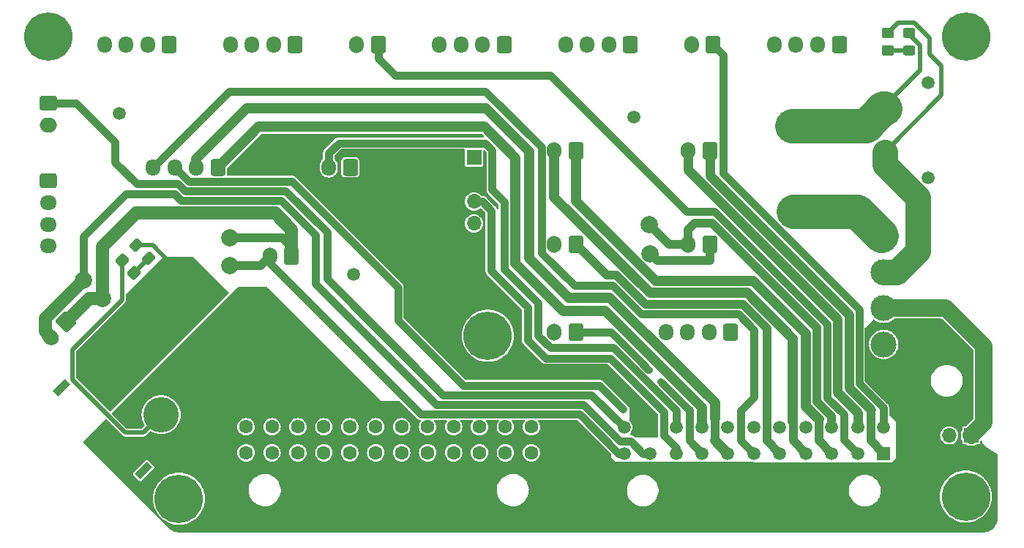
<source format=gbr>
%TF.GenerationSoftware,KiCad,Pcbnew,7.0.11*%
%TF.CreationDate,2024-03-06T00:45:10+00:00*%
%TF.ProjectId,LHS Breakbeat,4c485320-4272-4656-916b-626561742e6b,Vol 1*%
%TF.SameCoordinates,Original*%
%TF.FileFunction,Copper,L1,Top*%
%TF.FilePolarity,Positive*%
%FSLAX46Y46*%
G04 Gerber Fmt 4.6, Leading zero omitted, Abs format (unit mm)*
G04 Created by KiCad (PCBNEW 7.0.11) date 2024-03-06 00:45:10*
%MOMM*%
%LPD*%
G01*
G04 APERTURE LIST*
G04 Aperture macros list*
%AMRoundRect*
0 Rectangle with rounded corners*
0 $1 Rounding radius*
0 $2 $3 $4 $5 $6 $7 $8 $9 X,Y pos of 4 corners*
0 Add a 4 corners polygon primitive as box body*
4,1,4,$2,$3,$4,$5,$6,$7,$8,$9,$2,$3,0*
0 Add four circle primitives for the rounded corners*
1,1,$1+$1,$2,$3*
1,1,$1+$1,$4,$5*
1,1,$1+$1,$6,$7*
1,1,$1+$1,$8,$9*
0 Add four rect primitives between the rounded corners*
20,1,$1+$1,$2,$3,$4,$5,0*
20,1,$1+$1,$4,$5,$6,$7,0*
20,1,$1+$1,$6,$7,$8,$9,0*
20,1,$1+$1,$8,$9,$2,$3,0*%
%AMHorizOval*
0 Thick line with rounded ends*
0 $1 width*
0 $2 $3 position (X,Y) of the first rounded end (center of the circle)*
0 $4 $5 position (X,Y) of the second rounded end (center of the circle)*
0 Add line between two ends*
20,1,$1,$2,$3,$4,$5,0*
0 Add two circle primitives to create the rounded ends*
1,1,$1,$2,$3*
1,1,$1,$4,$5*%
%AMRotRect*
0 Rectangle, with rotation*
0 The origin of the aperture is its center*
0 $1 length*
0 $2 width*
0 $3 Rotation angle, in degrees counterclockwise*
0 Add horizontal line*
21,1,$1,$2,0,0,$3*%
G04 Aperture macros list end*
%TA.AperFunction,ComponentPad*%
%ADD10RoundRect,0.250000X0.600000X0.725000X-0.600000X0.725000X-0.600000X-0.725000X0.600000X-0.725000X0*%
%TD*%
%TA.AperFunction,ComponentPad*%
%ADD11O,1.700000X1.950000*%
%TD*%
%TA.AperFunction,ComponentPad*%
%ADD12R,1.700000X1.700000*%
%TD*%
%TA.AperFunction,ComponentPad*%
%ADD13O,1.700000X1.700000*%
%TD*%
%TA.AperFunction,SMDPad,CuDef*%
%ADD14RoundRect,0.250000X0.548008X0.088388X0.088388X0.548008X-0.548008X-0.088388X-0.088388X-0.548008X0*%
%TD*%
%TA.AperFunction,SMDPad,CuDef*%
%ADD15C,2.000000*%
%TD*%
%TA.AperFunction,ComponentPad*%
%ADD16RoundRect,0.250000X-0.750000X0.600000X-0.750000X-0.600000X0.750000X-0.600000X0.750000X0.600000X0*%
%TD*%
%TA.AperFunction,ComponentPad*%
%ADD17O,2.000000X1.700000*%
%TD*%
%TA.AperFunction,ComponentPad*%
%ADD18RoundRect,0.250000X0.600000X0.750000X-0.600000X0.750000X-0.600000X-0.750000X0.600000X-0.750000X0*%
%TD*%
%TA.AperFunction,ComponentPad*%
%ADD19O,1.700000X2.000000*%
%TD*%
%TA.AperFunction,SMDPad,CuDef*%
%ADD20C,1.500000*%
%TD*%
%TA.AperFunction,ComponentPad*%
%ADD21RoundRect,0.250000X-0.725000X0.600000X-0.725000X-0.600000X0.725000X-0.600000X0.725000X0.600000X0*%
%TD*%
%TA.AperFunction,ComponentPad*%
%ADD22O,1.950000X1.700000*%
%TD*%
%TA.AperFunction,ComponentPad*%
%ADD23C,5.600000*%
%TD*%
%TA.AperFunction,ComponentPad*%
%ADD24RoundRect,0.250000X-0.106066X0.954594X-0.954594X0.106066X0.106066X-0.954594X0.954594X-0.106066X0*%
%TD*%
%TA.AperFunction,ComponentPad*%
%ADD25HorizOval,1.700000X-0.106066X0.106066X0.106066X-0.106066X0*%
%TD*%
%TA.AperFunction,SMDPad,CuDef*%
%ADD26RoundRect,0.250000X0.450000X-0.325000X0.450000X0.325000X-0.450000X0.325000X-0.450000X-0.325000X0*%
%TD*%
%TA.AperFunction,SMDPad,CuDef*%
%ADD27RoundRect,0.250000X0.450000X-0.350000X0.450000X0.350000X-0.450000X0.350000X-0.450000X-0.350000X0*%
%TD*%
%TA.AperFunction,SMDPad,CuDef*%
%ADD28RoundRect,0.200000X-0.353553X0.070711X0.070711X-0.353553X0.353553X-0.070711X-0.070711X0.353553X0*%
%TD*%
%TA.AperFunction,ComponentPad*%
%ADD29C,1.605000*%
%TD*%
%TA.AperFunction,ComponentPad*%
%ADD30C,2.780000*%
%TD*%
%TA.AperFunction,ComponentPad*%
%ADD31RoundRect,0.300000X1.100000X-1.100000X1.100000X1.100000X-1.100000X1.100000X-1.100000X-1.100000X0*%
%TD*%
%TA.AperFunction,ComponentPad*%
%ADD32C,3.000000*%
%TD*%
%TA.AperFunction,ComponentPad*%
%ADD33R,1.520000X1.520000*%
%TD*%
%TA.AperFunction,ComponentPad*%
%ADD34C,1.520000*%
%TD*%
%TA.AperFunction,ComponentPad*%
%ADD35RotRect,0.900000X2.000000X135.000000*%
%TD*%
%TA.AperFunction,ComponentPad*%
%ADD36RoundRect,1.025000X1.449569X0.000000X0.000000X1.449569X-1.449569X0.000000X0.000000X-1.449569X0*%
%TD*%
%TA.AperFunction,ComponentPad*%
%ADD37C,4.100000*%
%TD*%
%TA.AperFunction,ComponentPad*%
%ADD38C,2.550000*%
%TD*%
%TA.AperFunction,ComponentPad*%
%ADD39C,1.500000*%
%TD*%
%TA.AperFunction,SMDPad,CuDef*%
%ADD40RoundRect,0.250000X0.565685X0.070711X0.070711X0.565685X-0.565685X-0.070711X-0.070711X-0.565685X0*%
%TD*%
%TA.AperFunction,ViaPad*%
%ADD41C,0.800000*%
%TD*%
%TA.AperFunction,Conductor*%
%ADD42C,2.000000*%
%TD*%
%TA.AperFunction,Conductor*%
%ADD43C,0.250000*%
%TD*%
%TA.AperFunction,Conductor*%
%ADD44C,0.500000*%
%TD*%
%TA.AperFunction,Conductor*%
%ADD45C,0.900000*%
%TD*%
%TA.AperFunction,Conductor*%
%ADD46C,4.000000*%
%TD*%
%TA.AperFunction,Conductor*%
%ADD47C,1.500000*%
%TD*%
%TA.AperFunction,Conductor*%
%ADD48C,1.000000*%
%TD*%
%TA.AperFunction,Conductor*%
%ADD49C,1.200000*%
%TD*%
%TA.AperFunction,Conductor*%
%ADD50C,1.050000*%
%TD*%
%TA.AperFunction,Conductor*%
%ADD51C,1.100000*%
%TD*%
%TA.AperFunction,Conductor*%
%ADD52C,3.000000*%
%TD*%
G04 APERTURE END LIST*
D10*
%TO.P,J14,1,Pin_1*%
%TO.N,PWM_FAN_A*%
X110600000Y-84900000D03*
D11*
%TO.P,J14,2,Pin_2*%
%TO.N,V_Fan_A*%
X108100000Y-84900000D03*
%TO.P,J14,3,Pin_3*%
%TO.N,F_Sens*%
X105600000Y-84900000D03*
%TO.P,J14,4,Pin_4*%
%TO.N,PWM*%
X103100000Y-84900000D03*
%TD*%
D12*
%TO.P,J27,1*%
%TO.N,GND*%
X140200000Y-83780000D03*
D13*
%TO.P,J27,2*%
%TO.N,+5V*%
X140200000Y-86320000D03*
%TO.P,J27,3*%
%TO.N,OP1*%
X140200000Y-88860000D03*
%TO.P,J27,4*%
%TO.N,GND*%
X140200000Y-91400000D03*
%TO.P,J27,5*%
%TO.N,+5V*%
X140200000Y-93940000D03*
%TD*%
D14*
%TO.P,D2,1,K*%
%TO.N,Net-(D2-K)*%
X102600000Y-95400000D03*
%TO.P,D2,2,A*%
%TO.N,/Fused HB*%
X101150432Y-93950432D03*
%TD*%
D15*
%TO.P,TP2,1,1*%
%TO.N,/AGND*%
X160600000Y-94900000D03*
%TD*%
D16*
%TO.P,J13,1,Pin_1*%
%TO.N,Y_Stop*%
X91000000Y-77500000D03*
D17*
%TO.P,J13,2,Pin_2*%
%TO.N,GND*%
X91000000Y-80000000D03*
%TD*%
D18*
%TO.P,J9,1,Pin_1*%
%TO.N,/AGND*%
X119100000Y-95200000D03*
D19*
%TO.P,J9,2,Pin_2*%
%TO.N,TA*%
X116600000Y-95200000D03*
%TD*%
D10*
%TO.P,J22,1,Pin_1*%
%TO.N,/Y1-A2*%
X104950000Y-70725000D03*
D11*
%TO.P,J22,2,Pin_2*%
%TO.N,/Y1-A1*%
X102450000Y-70725000D03*
%TO.P,J22,3,Pin_3*%
%TO.N,/Y1-B1*%
X99950000Y-70725000D03*
%TO.P,J22,4,Pin_4*%
%TO.N,/Y1-B2*%
X97450000Y-70725000D03*
%TD*%
D20*
%TO.P,FID1,*%
%TO.N,*%
X99200000Y-78700000D03*
%TD*%
D18*
%TO.P,J16,1,Pin_1*%
%TO.N,V_Fan_H*%
X167500000Y-83000000D03*
D19*
%TO.P,J16,2,Pin_2*%
%TO.N,PWM_FAN_H*%
X165000000Y-83000000D03*
%TD*%
D10*
%TO.P,J21,1,Pin_1*%
%TO.N,/Z1-A2*%
X119533333Y-70725000D03*
D11*
%TO.P,J21,2,Pin_2*%
%TO.N,/Z1-A1*%
X117033333Y-70725000D03*
%TO.P,J21,3,Pin_3*%
%TO.N,/Z1-B1*%
X114533333Y-70725000D03*
%TO.P,J21,4,Pin_4*%
%TO.N,/Z1-B2*%
X112033333Y-70725000D03*
%TD*%
D15*
%TO.P,TP5,1,1*%
%TO.N,TB*%
X95000000Y-98000000D03*
%TD*%
D18*
%TO.P,J8,1,Pin_1*%
%TO.N,/AGND*%
X167500000Y-93800000D03*
D19*
%TO.P,J8,2,Pin_2*%
%TO.N,TH*%
X165000000Y-93800000D03*
%TD*%
D15*
%TO.P,TP4,1,1*%
%TO.N,/AGND*%
X112000000Y-93100000D03*
%TD*%
%TO.P,TP1,1,1*%
%TO.N,TH*%
X160500000Y-91500000D03*
%TD*%
D10*
%TO.P,J20,1,Pin_1*%
%TO.N,/Z-A2*%
X143699999Y-70725000D03*
D11*
%TO.P,J20,2,Pin_2*%
%TO.N,/Z-A1*%
X141199999Y-70725000D03*
%TO.P,J20,3,Pin_3*%
%TO.N,/Z-B1*%
X138699999Y-70725000D03*
%TO.P,J20,4,Pin_4*%
%TO.N,/Z-B2*%
X136199999Y-70725000D03*
%TD*%
D12*
%TO.P,JP1,1,Pin_1*%
%TO.N,GND*%
X197725000Y-115925000D03*
D13*
%TO.P,JP1,2,Pin_2*%
%TO.N,/AGND*%
X195185000Y-115925000D03*
%TD*%
D10*
%TO.P,J24,1,Pin_1*%
%TO.N,/E-A2*%
X169900000Y-104000000D03*
D11*
%TO.P,J24,2,Pin_2*%
%TO.N,/E-A1*%
X167400000Y-104000000D03*
%TO.P,J24,3,Pin_3*%
%TO.N,/E-B1*%
X164900000Y-104000000D03*
%TO.P,J24,4,Pin_4*%
%TO.N,/E-B2*%
X162400000Y-104000000D03*
%TD*%
D21*
%TO.P,J23,1,Pin_1*%
%TO.N,/Y-A2*%
X91000000Y-86500000D03*
D22*
%TO.P,J23,2,Pin_2*%
%TO.N,/Y-A1*%
X91000000Y-89000000D03*
%TO.P,J23,3,Pin_3*%
%TO.N,/Y-B1*%
X91000000Y-91500000D03*
%TO.P,J23,4,Pin_4*%
%TO.N,/Y-B2*%
X91000000Y-94000000D03*
%TD*%
D10*
%TO.P,J10,1,Pin_1*%
%TO.N,GND*%
X125900000Y-84900000D03*
D11*
%TO.P,J10,2,Pin_2*%
%TO.N,RGB*%
X123400000Y-84900000D03*
%TO.P,J10,3,Pin_3*%
%TO.N,+5V*%
X120900000Y-84900000D03*
%TD*%
D18*
%TO.P,J15,1,Pin_1*%
%TO.N,V_Fan_P*%
X152000000Y-83000000D03*
D19*
%TO.P,J15,2,Pin_2*%
%TO.N,PWM_FAN_P*%
X149500000Y-83000000D03*
%TD*%
D20*
%TO.P,FID3,*%
%TO.N,*%
X126275000Y-97275000D03*
%TD*%
D23*
%TO.P,H2,1*%
%TO.N,N/C*%
X197100000Y-123000000D03*
%TD*%
%TO.P,H3,1*%
%TO.N,N/C*%
X141800000Y-104400000D03*
%TD*%
D20*
%TO.P,FID2,*%
%TO.N,*%
X158700000Y-79100000D03*
%TD*%
D10*
%TO.P,J19,1,Pin_1*%
%TO.N,/X1-A2*%
X158283332Y-70725000D03*
D11*
%TO.P,J19,2,Pin_2*%
%TO.N,/X1-A1*%
X155783332Y-70725000D03*
%TO.P,J19,3,Pin_3*%
%TO.N,/X1-B1*%
X153283332Y-70725000D03*
%TO.P,J19,4,Pin_4*%
%TO.N,/X1-B2*%
X150783332Y-70725000D03*
%TD*%
D24*
%TO.P,J7,1,Pin_1*%
%TO.N,/AGND*%
X93000000Y-102800000D03*
D25*
%TO.P,J7,2,Pin_2*%
%TO.N,TB*%
X91232233Y-104567767D03*
%TD*%
D26*
%TO.P,D1,1,K*%
%TO.N,Net-(D1-K)*%
X190500000Y-71400000D03*
%TO.P,D1,2,A*%
%TO.N,/Fused HE*%
X190500000Y-69350000D03*
%TD*%
D10*
%TO.P,J17,1,Pin_1*%
%TO.N,/X-A2*%
X182450000Y-70725000D03*
D11*
%TO.P,J17,2,Pin_2*%
%TO.N,/X-A1*%
X179950000Y-70725000D03*
%TO.P,J17,3,Pin_3*%
%TO.N,/X-B1*%
X177450000Y-70725000D03*
%TO.P,J17,4,Pin_4*%
%TO.N,/X-B2*%
X174950000Y-70725000D03*
%TD*%
D27*
%TO.P,R1,1*%
%TO.N,Net-(D1-K)*%
X188100000Y-71375000D03*
%TO.P,R1,2*%
%TO.N,/PWM_HE{slash}CAN_Gnd*%
X188100000Y-69375000D03*
%TD*%
D23*
%TO.P,H5,1*%
%TO.N,N/C*%
X91000000Y-69800000D03*
%TD*%
D28*
%TO.P,D3,1,K*%
%TO.N,F_Sens*%
X160362527Y-108273038D03*
%TO.P,D3,2,A*%
%TO.N,Net-(D3-A)*%
X161918161Y-109828672D03*
%TD*%
D29*
%TO.P,J1,1,Pin_1*%
%TO.N,/X-A1*%
X146840000Y-117940000D03*
%TO.P,J1,2,Pin_2*%
%TO.N,/X-B2*%
X143840000Y-117940000D03*
%TO.P,J1,3,Pin_3*%
%TO.N,/X1-A1*%
X140840000Y-117940000D03*
%TO.P,J1,4,Pin_4*%
%TO.N,/X1-B2*%
X137840000Y-117940000D03*
%TO.P,J1,5,Pin_5*%
%TO.N,/Z-A1*%
X134840000Y-117940000D03*
%TO.P,J1,6,Pin_6*%
%TO.N,/Z-B2*%
X131840000Y-117940000D03*
%TO.P,J1,7,Pin_7*%
%TO.N,/Z1-A1*%
X128840000Y-117940000D03*
%TO.P,J1,8,Pin_8*%
%TO.N,/Z1-B2*%
X125840000Y-117940000D03*
%TO.P,J1,9,Pin_9*%
%TO.N,/Y1-A1*%
X122840000Y-117940000D03*
%TO.P,J1,10,Pin_10*%
%TO.N,/Y1-B2*%
X119840000Y-117940000D03*
%TO.P,J1,11,Pin_11*%
%TO.N,/Y-A1*%
X116840000Y-117940000D03*
%TO.P,J1,12,Pin_12*%
%TO.N,/Y-B2*%
X113840000Y-117940000D03*
%TO.P,J1,13,Pin_13*%
%TO.N,/X-A2*%
X146840000Y-114940000D03*
%TO.P,J1,14,Pin_14*%
%TO.N,/X-B1*%
X143840000Y-114940000D03*
%TO.P,J1,15,Pin_15*%
%TO.N,/X1-A2*%
X140840000Y-114940000D03*
%TO.P,J1,16,Pin_16*%
%TO.N,/X1-B1*%
X137840000Y-114940000D03*
%TO.P,J1,17,Pin_17*%
%TO.N,/Z-A2*%
X134840000Y-114940000D03*
%TO.P,J1,18,Pin_18*%
%TO.N,/Z-B1*%
X131840000Y-114940000D03*
%TO.P,J1,19,Pin_19*%
%TO.N,/Z1-A2*%
X128840000Y-114940000D03*
%TO.P,J1,20,Pin_20*%
%TO.N,/Z1-B1*%
X125840000Y-114940000D03*
%TO.P,J1,21,Pin_21*%
%TO.N,/Y1-A2*%
X122840000Y-114940000D03*
%TO.P,J1,22,Pin_22*%
%TO.N,/Y1-B1*%
X119840000Y-114940000D03*
%TO.P,J1,23,Pin_23*%
%TO.N,/Y-A2*%
X116840000Y-114940000D03*
%TO.P,J1,24,Pin_24*%
%TO.N,/Y-B1*%
X113840000Y-114940000D03*
%TD*%
D23*
%TO.P,H4,1*%
%TO.N,N/C*%
X197100000Y-69800000D03*
%TD*%
D30*
%TO.P,F1,1*%
%TO.N,/HE+{slash}CAN_V*%
X177000000Y-90000000D03*
X180400000Y-90000000D03*
%TO.P,F1,2*%
%TO.N,/Fused HE*%
X177000000Y-80080000D03*
X180400000Y-80080000D03*
%TD*%
D23*
%TO.P,H1,1*%
%TO.N,N/C*%
X106075000Y-123250000D03*
%TD*%
D31*
%TO.P,J3,1,Pin_1*%
%TO.N,/HE+{slash}CAN_V*%
X187600000Y-92800000D03*
D32*
%TO.P,J3,2,Pin_2*%
%TO.N,/PWM_HE{slash}CAN_Gnd*%
X187600000Y-97000000D03*
%TO.P,J3,3,Pin_3*%
%TO.N,GND*%
X187600000Y-101200000D03*
%TO.P,J3,4,Pin_4*%
%TO.N,/PWM_HB*%
X187600000Y-105400000D03*
%TO.P,J3,5,Pin_5*%
%TO.N,/HB+*%
X187600000Y-109600000D03*
%TD*%
D18*
%TO.P,J11,1,Pin_1*%
%TO.N,F_Sens*%
X152000000Y-104000000D03*
D19*
%TO.P,J11,2,Pin_2*%
%TO.N,GND*%
X149500000Y-104000000D03*
%TD*%
D30*
%TO.P,F2,1*%
%TO.N,/Fused HB*%
X104794832Y-99990669D03*
X102390669Y-102394832D03*
%TO.P,F2,2*%
%TO.N,/HB+*%
X111809331Y-107005168D03*
X109405168Y-109409331D03*
%TD*%
D18*
%TO.P,J12,1,Pin_1*%
%TO.N,X_Stop*%
X167866665Y-70725000D03*
D19*
%TO.P,J12,2,Pin_2*%
%TO.N,GND*%
X165366665Y-70725000D03*
%TD*%
D18*
%TO.P,J25,1,Pin_1*%
%TO.N,Q_Stop*%
X152000000Y-93800000D03*
D19*
%TO.P,J25,2,Pin_2*%
%TO.N,GND*%
X149500000Y-93800000D03*
%TD*%
D15*
%TO.P,TP6,1,1*%
%TO.N,/AGND*%
X97200000Y-100100000D03*
%TD*%
D18*
%TO.P,J26,1,Pin_1*%
%TO.N,Z_Stop*%
X129116666Y-70725000D03*
D19*
%TO.P,J26,2,Pin_2*%
%TO.N,GND*%
X126616666Y-70725000D03*
%TD*%
D33*
%TO.P,J2,1,Pin_1*%
%TO.N,V_Fan_H*%
X187578250Y-118000000D03*
D34*
%TO.P,J2,2,Pin_2*%
%TO.N,Z_Stop*%
X184578250Y-118000000D03*
%TO.P,J2,3,Pin_3*%
%TO.N,V_Fan_P*%
X181578250Y-118000000D03*
%TO.P,J2,4,Pin_4*%
%TO.N,PWM_FAN_P*%
X178578250Y-118000000D03*
%TO.P,J2,5,Pin_5*%
%TO.N,Q_Stop*%
X175578250Y-118000000D03*
%TO.P,J2,6,Pin_6*%
%TO.N,PWM*%
X172578250Y-118000000D03*
%TO.P,J2,7,Pin_7*%
%TO.N,V_Fan_A*%
X169578250Y-118000000D03*
%TO.P,J2,8,Pin_8*%
%TO.N,Net-(D3-A)*%
X166578250Y-118000000D03*
%TO.P,J2,9,Pin_9*%
%TO.N,OP1*%
X163578250Y-118000000D03*
%TO.P,J2,10,Pin_10*%
%TO.N,TB*%
X160578250Y-118000000D03*
%TO.P,J2,11,Pin_11*%
%TO.N,TA*%
X157578250Y-118000000D03*
%TO.P,J2,12,Pin_12*%
%TO.N,X_Stop*%
X187578250Y-115000000D03*
%TO.P,J2,13,Pin_13*%
%TO.N,PWM_FAN_H*%
X184578250Y-115000000D03*
%TO.P,J2,14,Pin_14*%
%TO.N,TH*%
X181578250Y-115000000D03*
%TO.P,J2,15,Pin_15*%
%TO.N,/E-A2*%
X178578250Y-115000000D03*
%TO.P,J2,16,Pin_16*%
%TO.N,/E-A1*%
X175578250Y-115000000D03*
%TO.P,J2,17,Pin_17*%
%TO.N,/E-B1*%
X172578250Y-115000000D03*
%TO.P,J2,18,Pin_18*%
%TO.N,/E-B2*%
X169578250Y-115000000D03*
%TO.P,J2,19,Pin_19*%
%TO.N,PWM_FAN_A*%
X166578250Y-115000000D03*
%TO.P,J2,20,Pin_20*%
%TO.N,RGB*%
X163578250Y-115000000D03*
%TO.P,J2,21,Pin_21*%
%TO.N,+5V*%
X160578250Y-115000000D03*
%TO.P,J2,22,Pin_22*%
%TO.N,Y_Stop*%
X157578250Y-115000000D03*
%TD*%
D35*
%TO.P,J5,*%
%TO.N,*%
X102000000Y-120000000D03*
X92454059Y-110454058D03*
D36*
%TO.P,J5,1,Pin_1*%
%TO.N,/Fused HB*%
X98924086Y-108438804D03*
D37*
%TO.P,J5,2,Pin_2*%
%TO.N,/PWM_HB*%
X104015255Y-113529973D03*
%TD*%
D15*
%TO.P,TP3,1,1*%
%TO.N,TA*%
X112000000Y-96300000D03*
%TD*%
D38*
%TO.P,J4,1,Pin_1*%
%TO.N,/Fused HE*%
X187746545Y-78117214D03*
%TO.P,J4,2,Pin_2*%
%TO.N,/PWM_HE{slash}CAN_Gnd*%
X187746545Y-83117214D03*
D39*
%TO.P,J4,3,Pin_3*%
%TO.N,unconnected-(J4-Pin_3-Pad3)*%
X192746545Y-75117214D03*
%TO.P,J4,4,Pin_4*%
%TO.N,unconnected-(J4-Pin_4-Pad4)*%
X192746545Y-86117214D03*
%TD*%
D40*
%TO.P,R2,1*%
%TO.N,Net-(D2-K)*%
X100907107Y-97100000D03*
%TO.P,R2,2*%
%TO.N,/PWM_HB*%
X99492893Y-95685786D03*
%TD*%
D41*
%TO.N,F_Sens*%
X157450000Y-112900000D03*
X159429609Y-107354609D03*
%TD*%
D42*
%TO.N,GND*%
X194800000Y-101200000D02*
X199175000Y-105575000D01*
X199175000Y-114475000D02*
X197725000Y-115925000D01*
X199175000Y-105575000D02*
X199175000Y-114475000D01*
X187600000Y-101200000D02*
X194800000Y-101200000D01*
D43*
%TO.N,Net-(D1-K)*%
X190475000Y-71375000D02*
X190500000Y-71400000D01*
D44*
X188100000Y-71375000D02*
X190475000Y-71375000D01*
%TO.N,Net-(D2-K)*%
X102600000Y-95407107D02*
X100907107Y-97100000D01*
X102600000Y-95400000D02*
X102600000Y-95407107D01*
D45*
%TO.N,RGB*%
X142300000Y-82880000D02*
X142300000Y-87500000D01*
X156311990Y-105800000D02*
X163578250Y-113066260D01*
X123400000Y-83275000D02*
X124575000Y-82100000D01*
X147600000Y-104371320D02*
X149028680Y-105800000D01*
X143700000Y-96700000D02*
X147600000Y-100600000D01*
X123400000Y-84900000D02*
X123400000Y-83275000D01*
X147600000Y-100600000D02*
X147600000Y-104371320D01*
X149028680Y-105800000D02*
X156311990Y-105800000D01*
X142300000Y-87500000D02*
X143700000Y-88900000D01*
X163578250Y-113066260D02*
X163578250Y-115000000D01*
X143700000Y-88900000D02*
X143700000Y-96700000D01*
X141520000Y-82100000D02*
X142300000Y-82880000D01*
X124575000Y-82100000D02*
X141520000Y-82100000D01*
%TO.N,OP1*%
X163578250Y-118000000D02*
X163578250Y-117368250D01*
X141160000Y-88860000D02*
X140200000Y-88860000D01*
X146400000Y-104900000D02*
X146400000Y-101100000D01*
X163578250Y-117368250D02*
X162168250Y-115958250D01*
X162168250Y-115958250D02*
X162168250Y-113211894D01*
X162168250Y-113211894D02*
X155956356Y-107000000D01*
X148500000Y-107000000D02*
X146400000Y-104900000D01*
X155956356Y-107000000D02*
X148500000Y-107000000D01*
X142200000Y-96900000D02*
X142200000Y-89900000D01*
X142200000Y-89900000D02*
X141160000Y-88860000D01*
X146400000Y-101100000D02*
X142200000Y-96900000D01*
D44*
%TO.N,/Fused HE*%
X187746545Y-77753455D02*
X187746545Y-78117214D01*
X190500000Y-69350000D02*
X190500000Y-69489950D01*
D46*
X177000000Y-80080000D02*
X185551169Y-80080000D01*
X187513955Y-78117214D02*
X187746545Y-78117214D01*
D44*
X190500000Y-69489950D02*
X191800000Y-70789950D01*
D46*
X185551169Y-80080000D02*
X187513955Y-78117214D01*
D44*
X191800000Y-70789950D02*
X191800000Y-73700000D01*
X191800000Y-73700000D02*
X187746545Y-77753455D01*
%TO.N,/Fused HB*%
X104794832Y-95694832D02*
X104794832Y-99990669D01*
X103050432Y-93950432D02*
X104794832Y-95694832D01*
X101150432Y-93950432D02*
X103050432Y-93950432D01*
D47*
%TO.N,/AGND*%
X119100000Y-92100000D02*
X119100000Y-95200000D01*
D48*
X167500000Y-93800000D02*
X167500000Y-95700000D01*
X112000000Y-93100000D02*
X118100000Y-93100000D01*
D47*
X97200000Y-94100000D02*
X101100000Y-90200000D01*
D48*
X119100000Y-94100000D02*
X119100000Y-95200000D01*
X161400000Y-95700000D02*
X160600000Y-94900000D01*
D47*
X97200000Y-100100000D02*
X97200000Y-94100000D01*
X101100000Y-90200000D02*
X117200000Y-90200000D01*
D48*
X167500000Y-95700000D02*
X161400000Y-95700000D01*
D47*
X95700000Y-100100000D02*
X93000000Y-102800000D01*
D48*
X118100000Y-93100000D02*
X119100000Y-94100000D01*
D47*
X117200000Y-90200000D02*
X119100000Y-92100000D01*
X97200000Y-100100000D02*
X95700000Y-100100000D01*
D45*
%TO.N,X_Stop*%
X184750000Y-101350000D02*
X184750000Y-109914466D01*
X167866665Y-70725000D02*
X169000000Y-71858335D01*
X169000000Y-85600000D02*
X184750000Y-101350000D01*
X187578250Y-112742716D02*
X187578250Y-115000000D01*
X169000000Y-71858335D02*
X169000000Y-85600000D01*
X184750000Y-109914466D02*
X187578250Y-112742716D01*
%TO.N,Y_Stop*%
X98700000Y-82000000D02*
X98700000Y-84300000D01*
X101200000Y-86800000D02*
X105944365Y-86800000D01*
X118425000Y-87625000D02*
X123200000Y-92400000D01*
X105944365Y-86800000D02*
X106769365Y-87625000D01*
X123200000Y-92400000D02*
X123200000Y-97825000D01*
X153828250Y-111250000D02*
X157578250Y-115000000D01*
X136625000Y-111250000D02*
X153828250Y-111250000D01*
X91000000Y-77500000D02*
X94200000Y-77500000D01*
X94200000Y-77500000D02*
X98700000Y-82000000D01*
X123200000Y-97825000D02*
X136625000Y-111250000D01*
X106769365Y-87625000D02*
X118425000Y-87625000D01*
X98700000Y-84300000D02*
X101200000Y-86800000D01*
D48*
%TO.N,Q_Stop*%
X160044112Y-100750000D02*
X156644112Y-97350000D01*
X155550000Y-97350000D02*
X152000000Y-93800000D01*
X156644112Y-97350000D02*
X155550000Y-97350000D01*
X174118250Y-116540000D02*
X174118250Y-103591904D01*
X171276346Y-100750000D02*
X160044112Y-100750000D01*
X174118250Y-103591904D02*
X171276346Y-100750000D01*
X175578250Y-118000000D02*
X174118250Y-116540000D01*
D45*
%TO.N,Z_Stop*%
X181050000Y-111566926D02*
X182988250Y-113505176D01*
X129116666Y-70725000D02*
X129116666Y-72316666D01*
X168026346Y-90000000D02*
X181050000Y-103023654D01*
X129116666Y-72316666D02*
X131075000Y-74275000D01*
X131075000Y-74275000D02*
X149075000Y-74275000D01*
X181050000Y-103023654D02*
X181050000Y-111566926D01*
X164800000Y-90000000D02*
X168026346Y-90000000D01*
X149075000Y-74275000D02*
X164800000Y-90000000D01*
X182988250Y-116410000D02*
X184578250Y-118000000D01*
X182988250Y-113505176D02*
X182988250Y-116410000D01*
%TO.N,PWM*%
X159567766Y-101900000D02*
X170800000Y-101900000D01*
X103100000Y-84900000D02*
X111900000Y-76100000D01*
X172600000Y-111536500D02*
X171168250Y-112968250D01*
X170800000Y-101900000D02*
X172600000Y-103700000D01*
X148000000Y-94800000D02*
X151800000Y-98600000D01*
X171100000Y-116521750D02*
X172578250Y-118000000D01*
X171100000Y-113036500D02*
X171100000Y-116521750D01*
X141500000Y-76100000D02*
X148000000Y-82600000D01*
X151800000Y-98600000D02*
X156267766Y-98600000D01*
X148000000Y-82600000D02*
X148000000Y-94800000D01*
X111900000Y-76100000D02*
X141500000Y-76100000D01*
X172600000Y-103700000D02*
X172600000Y-111536500D01*
X156267766Y-98600000D02*
X159567766Y-101900000D01*
%TO.N,TB*%
X99900000Y-88000000D02*
X95000000Y-92900000D01*
X135850000Y-112350000D02*
X121900000Y-98400000D01*
X117869366Y-88725000D02*
X106313730Y-88725000D01*
X95000000Y-92900000D02*
X95000000Y-98000000D01*
X121900000Y-98400000D02*
X121900000Y-92755634D01*
X157090000Y-116590000D02*
X152850000Y-112350000D01*
X106313730Y-88725000D02*
X105588730Y-88000000D01*
X160578250Y-118000000D02*
X159744366Y-118000000D01*
X152850000Y-112350000D02*
X135850000Y-112350000D01*
X159744366Y-118000000D02*
X158334366Y-116590000D01*
X158334366Y-116590000D02*
X157090000Y-116590000D01*
D47*
X90600000Y-103935534D02*
X91232233Y-104567767D01*
D45*
X121900000Y-92755634D02*
X117869366Y-88725000D01*
X105588730Y-88000000D02*
X99900000Y-88000000D01*
D47*
X95000000Y-98000000D02*
X90600000Y-102400000D01*
X90600000Y-102400000D02*
X90600000Y-103935534D01*
D48*
%TO.N,TH*%
X165000000Y-93800000D02*
X162800000Y-93800000D01*
X165700000Y-91400000D02*
X167800000Y-91400000D01*
X179900000Y-103500000D02*
X179900000Y-112043272D01*
X165000000Y-92100000D02*
X165700000Y-91400000D01*
X181578250Y-113721522D02*
X181578250Y-115000000D01*
X162800000Y-93800000D02*
X160500000Y-91500000D01*
X179900000Y-112043272D02*
X181578250Y-113721522D01*
X165000000Y-93800000D02*
X165000000Y-92100000D01*
X167800000Y-91400000D02*
X179900000Y-103500000D01*
D45*
%TO.N,TA*%
X134087500Y-113487500D02*
X116600000Y-96000000D01*
X152431866Y-113487500D02*
X156944366Y-118000000D01*
X156944366Y-118000000D02*
X157578250Y-118000000D01*
D48*
X115500000Y-96300000D02*
X116600000Y-95200000D01*
D45*
X116600000Y-96000000D02*
X116600000Y-95200000D01*
X134087500Y-113487500D02*
X152431866Y-113487500D01*
D48*
X112000000Y-96300000D02*
X115500000Y-96300000D01*
D45*
%TO.N,F_Sens*%
X159429609Y-107354609D02*
X159429609Y-107361985D01*
X107225000Y-86525000D02*
X119125000Y-86525000D01*
X131400000Y-102600000D02*
X138950000Y-110150000D01*
X156100000Y-104000000D02*
X152000000Y-104000000D01*
X154722292Y-110150000D02*
X157450000Y-112877708D01*
X156100000Y-104000000D02*
X159429609Y-107329609D01*
X159429609Y-107361985D02*
X160346312Y-108278688D01*
X138950000Y-110150000D02*
X154722292Y-110150000D01*
X105600000Y-84900000D02*
X107225000Y-86525000D01*
X119125000Y-86525000D02*
X131400000Y-98800000D01*
X159429609Y-107329609D02*
X159429609Y-107354609D01*
X131400000Y-98800000D02*
X131400000Y-102600000D01*
D49*
%TO.N,V_Fan_A*%
X141600000Y-78100000D02*
X146600000Y-83100000D01*
X168075159Y-112152495D02*
X159072664Y-103150000D01*
X151200000Y-100000000D02*
X155900000Y-100000000D01*
X108100000Y-83900000D02*
X108100000Y-84900000D01*
D50*
X168070000Y-116521750D02*
X168077000Y-113100000D01*
D49*
X146600000Y-95400000D02*
X151200000Y-100000000D01*
X168075159Y-114000000D02*
X168075159Y-112152495D01*
X108100000Y-83900000D02*
X113900000Y-78100000D01*
X159050000Y-103150000D02*
X155900000Y-100000000D01*
X169578250Y-118000000D02*
X168100000Y-116521750D01*
X159072664Y-103150000D02*
X159050000Y-103150000D01*
X113900000Y-78100000D02*
X141600000Y-78100000D01*
X146600000Y-83100000D02*
X146600000Y-95400000D01*
%TO.N,PWM_FAN_A*%
X145000000Y-83800000D02*
X145000000Y-96000000D01*
X110600000Y-84900000D02*
X115300000Y-80200000D01*
X115300000Y-80200000D02*
X141400000Y-80200000D01*
X141400000Y-80200000D02*
X145000000Y-83800000D01*
X155400000Y-101500000D02*
X166578250Y-112678250D01*
X145000000Y-96000000D02*
X150500000Y-101500000D01*
X150500000Y-101500000D02*
X155400000Y-101500000D01*
X166578250Y-112678250D02*
X166578250Y-115000000D01*
%TO.N,V_Fan_P*%
X152000000Y-88845585D02*
X161204415Y-98050000D01*
X152000000Y-83000000D02*
X152000000Y-88845585D01*
X172472361Y-98050000D02*
X178600000Y-104177639D01*
X178600000Y-104177639D02*
X178600000Y-112581750D01*
D48*
X181578250Y-118000000D02*
X180118250Y-116540000D01*
D49*
X178600000Y-112581750D02*
X180118250Y-114100000D01*
D48*
X180118250Y-116540000D02*
X180118250Y-114100000D01*
D49*
X161204415Y-98050000D02*
X172472361Y-98050000D01*
%TO.N,PWM_FAN_P*%
X149500000Y-83000000D02*
X149500000Y-88367410D01*
X160582590Y-99450000D02*
X171814824Y-99450000D01*
D48*
X177118250Y-114318250D02*
X177100000Y-114300000D01*
X178578250Y-118000000D02*
X177118250Y-116540000D01*
D49*
X149500000Y-88367410D02*
X160582590Y-99450000D01*
X177100000Y-104735176D02*
X177100000Y-114300000D01*
X171814824Y-99450000D02*
X177100000Y-104735176D01*
D48*
X177118250Y-116540000D02*
X177118250Y-114318250D01*
D51*
%TO.N,V_Fan_H*%
X167500000Y-85867766D02*
X183550000Y-101917766D01*
D48*
X186118250Y-113311774D02*
X186118250Y-116540000D01*
D51*
X183550000Y-110411522D02*
X186118250Y-112979772D01*
X183550000Y-101917766D02*
X183550000Y-110411522D01*
D48*
X186118250Y-116540000D02*
X187578250Y-118000000D01*
D51*
X167500000Y-83000000D02*
X167500000Y-85867766D01*
%TO.N,PWM_FAN_H*%
X184578250Y-113278250D02*
X182250000Y-110950000D01*
X182250000Y-102456244D02*
X165000000Y-85206244D01*
X182250000Y-110950000D02*
X182250000Y-102456244D01*
X184578250Y-115000000D02*
X184578250Y-113278250D01*
X165000000Y-85206244D02*
X165000000Y-83000000D01*
D44*
%TO.N,/PWM_HB*%
X99492893Y-95685786D02*
X99492893Y-100232107D01*
X101945228Y-115600000D02*
X104015255Y-113529973D01*
X93750000Y-109500000D02*
X99850000Y-115600000D01*
X99850000Y-115600000D02*
X101945228Y-115600000D01*
X99492893Y-100232107D02*
X93750000Y-105975000D01*
X93750000Y-105975000D02*
X93750000Y-109500000D01*
D45*
%TO.N,Net-(D3-A)*%
X165067625Y-113000000D02*
X161901946Y-109834322D01*
X166578250Y-118000000D02*
X165100000Y-116521750D01*
X165100000Y-113000000D02*
X165067625Y-113000000D01*
X165100000Y-116521750D02*
X165100000Y-113000000D01*
D46*
%TO.N,/HE+{slash}CAN_V*%
X180400000Y-90000000D02*
X184557253Y-90000000D01*
X180400000Y-90000000D02*
X177147666Y-90000000D01*
X184557253Y-90000000D02*
X187357253Y-92800000D01*
D44*
%TO.N,/PWM_HE{slash}CAN_Gnd*%
X191114949Y-68200000D02*
X192875000Y-69960051D01*
D52*
X191557253Y-94563026D02*
X191557253Y-88392746D01*
X189120279Y-97000000D02*
X191557253Y-94563026D01*
X191557253Y-88392746D02*
X187746545Y-84582038D01*
D44*
X194300000Y-73200000D02*
X194300000Y-76563759D01*
X189275000Y-68200000D02*
X191114949Y-68200000D01*
X188100000Y-69375000D02*
X189275000Y-68200000D01*
D52*
X187746545Y-84582038D02*
X187746545Y-83117214D01*
D44*
X192875000Y-71775000D02*
X194300000Y-73200000D01*
X194300000Y-76563759D02*
X187746545Y-83117214D01*
D52*
X187600000Y-97000000D02*
X189120279Y-97000000D01*
D44*
X192875000Y-69960051D02*
X192875000Y-71775000D01*
%TD*%
%TA.AperFunction,Conductor*%
%TO.N,+5V*%
G36*
X141084099Y-81020185D02*
G01*
X141104741Y-81036819D01*
X141305741Y-81237819D01*
X141339226Y-81299142D01*
X141334242Y-81368834D01*
X141292370Y-81424767D01*
X141226906Y-81449184D01*
X141218060Y-81449500D01*
X124660505Y-81449500D01*
X124644494Y-81447732D01*
X124644472Y-81447974D01*
X124636705Y-81447240D01*
X124636704Y-81447240D01*
X124574851Y-81449184D01*
X124566738Y-81449439D01*
X124562843Y-81449500D01*
X124534075Y-81449500D01*
X124534072Y-81449500D01*
X124534057Y-81449501D01*
X124529687Y-81450053D01*
X124518059Y-81450968D01*
X124472435Y-81452402D01*
X124472425Y-81452404D01*
X124452049Y-81458323D01*
X124433008Y-81462266D01*
X124411953Y-81464926D01*
X124411937Y-81464930D01*
X124369486Y-81481737D01*
X124358440Y-81485519D01*
X124314599Y-81498256D01*
X124296327Y-81509062D01*
X124278861Y-81517619D01*
X124259128Y-81525432D01*
X124222193Y-81552266D01*
X124212434Y-81558676D01*
X124173132Y-81581920D01*
X124158126Y-81596926D01*
X124143336Y-81609558D01*
X124126167Y-81622032D01*
X124126165Y-81622034D01*
X124097056Y-81657219D01*
X124089196Y-81665856D01*
X123000483Y-82754569D01*
X122987910Y-82764643D01*
X122988065Y-82764830D01*
X122982058Y-82769799D01*
X122934133Y-82820833D01*
X122931427Y-82823625D01*
X122911090Y-82843963D01*
X122911077Y-82843978D01*
X122908373Y-82847463D01*
X122900806Y-82856322D01*
X122869552Y-82889607D01*
X122859322Y-82908213D01*
X122848646Y-82924464D01*
X122835640Y-82941232D01*
X122835636Y-82941238D01*
X122817508Y-82983130D01*
X122812369Y-82993619D01*
X122790372Y-83033630D01*
X122790372Y-83033631D01*
X122785091Y-83054199D01*
X122778791Y-83072601D01*
X122770364Y-83092073D01*
X122763223Y-83137162D01*
X122760854Y-83148600D01*
X122749500Y-83192817D01*
X122749500Y-83214044D01*
X122747973Y-83233443D01*
X122744653Y-83254405D01*
X122748950Y-83299858D01*
X122749500Y-83311528D01*
X122749500Y-83891231D01*
X122729815Y-83958270D01*
X122704164Y-83987085D01*
X122653589Y-84028589D01*
X122522317Y-84188547D01*
X122424769Y-84371043D01*
X122364699Y-84569067D01*
X122356753Y-84649748D01*
X122350123Y-84717074D01*
X122349500Y-84723395D01*
X122349500Y-85076604D01*
X122364699Y-85230932D01*
X122364700Y-85230934D01*
X122424768Y-85428954D01*
X122522315Y-85611450D01*
X122522317Y-85611452D01*
X122653589Y-85771410D01*
X122734584Y-85837880D01*
X122813550Y-85902685D01*
X122996046Y-86000232D01*
X123194066Y-86060300D01*
X123194065Y-86060300D01*
X123212529Y-86062118D01*
X123400000Y-86080583D01*
X123605934Y-86060300D01*
X123803954Y-86000232D01*
X123986450Y-85902685D01*
X124146410Y-85771410D01*
X124222028Y-85679269D01*
X124849500Y-85679269D01*
X124852353Y-85709699D01*
X124852353Y-85709701D01*
X124884655Y-85802011D01*
X124897207Y-85837882D01*
X124977850Y-85947150D01*
X125087118Y-86027793D01*
X125110827Y-86036089D01*
X125215299Y-86072646D01*
X125245730Y-86075500D01*
X125245734Y-86075500D01*
X126554270Y-86075500D01*
X126584699Y-86072646D01*
X126584701Y-86072646D01*
X126648790Y-86050219D01*
X126712882Y-86027793D01*
X126822150Y-85947150D01*
X126902793Y-85837882D01*
X126926052Y-85771410D01*
X126947646Y-85709701D01*
X126947646Y-85709699D01*
X126950500Y-85679269D01*
X126950500Y-84120730D01*
X126947646Y-84090300D01*
X126947646Y-84090298D01*
X126902793Y-83962119D01*
X126902792Y-83962117D01*
X126850476Y-83891231D01*
X126822150Y-83852850D01*
X126712882Y-83772207D01*
X126712880Y-83772206D01*
X126584700Y-83727353D01*
X126554270Y-83724500D01*
X126554266Y-83724500D01*
X125245734Y-83724500D01*
X125245730Y-83724500D01*
X125215300Y-83727353D01*
X125215298Y-83727353D01*
X125087119Y-83772206D01*
X125087117Y-83772207D01*
X124977850Y-83852850D01*
X124897207Y-83962117D01*
X124897206Y-83962119D01*
X124852353Y-84090298D01*
X124852353Y-84090300D01*
X124849500Y-84120730D01*
X124849500Y-85679269D01*
X124222028Y-85679269D01*
X124277685Y-85611450D01*
X124375232Y-85428954D01*
X124435300Y-85230934D01*
X124450500Y-85076608D01*
X124450500Y-84723392D01*
X124435300Y-84569066D01*
X124375232Y-84371046D01*
X124277685Y-84188550D01*
X124182159Y-84072150D01*
X124146410Y-84028589D01*
X124095836Y-83987085D01*
X124056501Y-83929339D01*
X124050500Y-83891231D01*
X124050500Y-83595808D01*
X124070185Y-83528769D01*
X124086819Y-83508127D01*
X124808127Y-82786819D01*
X124869450Y-82753334D01*
X124895808Y-82750500D01*
X139030182Y-82750500D01*
X139097221Y-82770185D01*
X139142976Y-82822989D01*
X139152920Y-82892147D01*
X139151799Y-82898692D01*
X139149500Y-82910249D01*
X139149500Y-84649752D01*
X139161131Y-84708229D01*
X139161132Y-84708230D01*
X139205447Y-84774552D01*
X139271769Y-84818867D01*
X139271770Y-84818868D01*
X139330247Y-84830499D01*
X139330250Y-84830500D01*
X139330252Y-84830500D01*
X141069750Y-84830500D01*
X141069751Y-84830499D01*
X141084568Y-84827552D01*
X141128229Y-84818868D01*
X141128229Y-84818867D01*
X141128231Y-84818867D01*
X141194552Y-84774552D01*
X141238867Y-84708231D01*
X141238867Y-84708229D01*
X141238868Y-84708229D01*
X141250499Y-84649752D01*
X141250500Y-84649750D01*
X141250500Y-83049808D01*
X141270185Y-82982769D01*
X141322989Y-82937014D01*
X141392147Y-82927070D01*
X141455703Y-82956095D01*
X141462181Y-82962127D01*
X141613181Y-83113127D01*
X141646666Y-83174450D01*
X141649500Y-83200808D01*
X141649500Y-87414494D01*
X141647732Y-87430505D01*
X141647974Y-87430528D01*
X141647240Y-87438294D01*
X141649439Y-87508262D01*
X141649500Y-87512157D01*
X141649500Y-87540920D01*
X141649501Y-87540938D01*
X141650053Y-87545311D01*
X141650968Y-87556941D01*
X141652402Y-87602567D01*
X141652403Y-87602570D01*
X141658323Y-87622948D01*
X141662268Y-87641996D01*
X141664928Y-87663054D01*
X141664931Y-87663065D01*
X141681737Y-87705514D01*
X141685520Y-87716563D01*
X141698254Y-87760395D01*
X141698255Y-87760397D01*
X141709060Y-87778666D01*
X141717617Y-87796134D01*
X141720897Y-87804417D01*
X141725432Y-87815872D01*
X141752266Y-87852806D01*
X141758678Y-87862568D01*
X141771807Y-87884768D01*
X141781919Y-87901865D01*
X141781923Y-87901869D01*
X141796925Y-87916871D01*
X141809563Y-87931669D01*
X141822033Y-87948833D01*
X141822036Y-87948837D01*
X141857213Y-87977937D01*
X141865854Y-87985800D01*
X143013181Y-89133127D01*
X143046666Y-89194450D01*
X143049500Y-89220808D01*
X143049500Y-89621113D01*
X143029815Y-89688152D01*
X142977011Y-89733907D01*
X142907853Y-89743851D01*
X142844297Y-89714826D01*
X142806523Y-89656048D01*
X142806424Y-89655709D01*
X142801744Y-89639601D01*
X142790941Y-89621335D01*
X142782379Y-89603858D01*
X142774679Y-89584410D01*
X142774568Y-89584129D01*
X142747737Y-89547199D01*
X142741323Y-89537435D01*
X142718082Y-89498137D01*
X142718081Y-89498135D01*
X142703075Y-89483129D01*
X142690435Y-89468330D01*
X142677961Y-89451160D01*
X142642780Y-89422056D01*
X142634140Y-89414194D01*
X141680434Y-88460488D01*
X141670361Y-88447914D01*
X141670174Y-88448070D01*
X141665198Y-88442054D01*
X141614167Y-88394134D01*
X141611369Y-88391423D01*
X141591035Y-88371089D01*
X141587548Y-88368384D01*
X141578669Y-88360800D01*
X141545396Y-88329554D01*
X141545388Y-88329548D01*
X141526792Y-88319325D01*
X141510531Y-88308644D01*
X141493763Y-88295637D01*
X141477409Y-88288560D01*
X141451853Y-88277501D01*
X141441394Y-88272377D01*
X141401368Y-88250373D01*
X141401365Y-88250372D01*
X141380801Y-88245092D01*
X141362396Y-88238790D01*
X141342927Y-88230365D01*
X141342921Y-88230363D01*
X141297837Y-88223223D01*
X141286398Y-88220854D01*
X141242180Y-88209500D01*
X141242177Y-88209500D01*
X141220955Y-88209500D01*
X141201555Y-88207973D01*
X141180596Y-88204653D01*
X141180595Y-88204653D01*
X141145475Y-88207973D01*
X141135140Y-88208950D01*
X141123470Y-88209500D01*
X141083769Y-88209500D01*
X141016730Y-88189815D01*
X140987915Y-88164164D01*
X140946410Y-88113589D01*
X140828677Y-88016969D01*
X140786450Y-87982315D01*
X140603954Y-87884768D01*
X140405934Y-87824700D01*
X140405932Y-87824699D01*
X140405934Y-87824699D01*
X140200000Y-87804417D01*
X139994067Y-87824699D01*
X139796043Y-87884769D01*
X139735986Y-87916871D01*
X139613550Y-87982315D01*
X139613548Y-87982316D01*
X139613547Y-87982317D01*
X139453589Y-88113589D01*
X139323284Y-88272369D01*
X139322315Y-88273550D01*
X139320199Y-88277509D01*
X139224769Y-88456043D01*
X139164699Y-88654067D01*
X139144417Y-88860000D01*
X139164699Y-89065932D01*
X139188059Y-89142940D01*
X139224768Y-89263954D01*
X139322315Y-89446450D01*
X139356969Y-89488677D01*
X139453589Y-89606410D01*
X139550209Y-89685702D01*
X139613550Y-89737685D01*
X139796046Y-89835232D01*
X139994066Y-89895300D01*
X139994065Y-89895300D01*
X140012529Y-89897118D01*
X140200000Y-89915583D01*
X140405934Y-89895300D01*
X140603954Y-89835232D01*
X140786450Y-89737685D01*
X140881537Y-89659649D01*
X140945841Y-89632339D01*
X141014709Y-89644130D01*
X141047878Y-89667824D01*
X141513181Y-90133127D01*
X141546666Y-90194450D01*
X141549500Y-90220808D01*
X141549500Y-96814496D01*
X141547732Y-96830510D01*
X141547974Y-96830533D01*
X141547240Y-96838297D01*
X141549439Y-96908262D01*
X141549500Y-96912157D01*
X141549500Y-96940920D01*
X141549501Y-96940938D01*
X141550053Y-96945311D01*
X141550968Y-96956941D01*
X141552402Y-97002567D01*
X141552403Y-97002570D01*
X141558323Y-97022948D01*
X141562268Y-97041996D01*
X141564928Y-97063054D01*
X141564931Y-97063065D01*
X141581737Y-97105514D01*
X141585520Y-97116563D01*
X141598254Y-97160395D01*
X141598255Y-97160397D01*
X141609060Y-97178666D01*
X141617617Y-97196134D01*
X141623226Y-97210300D01*
X141625432Y-97215872D01*
X141652266Y-97252806D01*
X141658678Y-97262568D01*
X141666033Y-97275005D01*
X141681919Y-97301865D01*
X141681923Y-97301869D01*
X141696925Y-97316871D01*
X141709563Y-97331669D01*
X141722033Y-97348833D01*
X141722036Y-97348837D01*
X141757213Y-97377937D01*
X141765854Y-97385800D01*
X145713181Y-101333127D01*
X145746666Y-101394450D01*
X145749500Y-101420808D01*
X145749500Y-104814494D01*
X145747732Y-104830505D01*
X145747974Y-104830528D01*
X145747240Y-104838294D01*
X145747240Y-104838296D01*
X145749439Y-104908262D01*
X145749500Y-104912157D01*
X145749500Y-104940920D01*
X145749501Y-104940938D01*
X145750053Y-104945311D01*
X145750968Y-104956941D01*
X145752402Y-105002567D01*
X145752403Y-105002570D01*
X145758323Y-105022948D01*
X145762268Y-105041996D01*
X145764928Y-105063054D01*
X145764931Y-105063065D01*
X145781737Y-105105514D01*
X145785520Y-105116563D01*
X145798254Y-105160395D01*
X145798255Y-105160397D01*
X145809060Y-105178666D01*
X145817617Y-105196134D01*
X145823226Y-105210300D01*
X145825432Y-105215872D01*
X145852266Y-105252806D01*
X145858678Y-105262568D01*
X145881919Y-105301865D01*
X145881923Y-105301869D01*
X145896925Y-105316871D01*
X145909563Y-105331669D01*
X145922033Y-105348833D01*
X145922036Y-105348837D01*
X145957213Y-105377937D01*
X145965854Y-105385800D01*
X147979564Y-107399510D01*
X147989635Y-107412080D01*
X147989822Y-107411926D01*
X147994795Y-107417937D01*
X148045832Y-107465864D01*
X148048629Y-107468575D01*
X148068967Y-107488913D01*
X148072450Y-107491615D01*
X148081326Y-107499196D01*
X148107145Y-107523441D01*
X148114607Y-107530448D01*
X148114609Y-107530449D01*
X148133205Y-107540672D01*
X148149470Y-107551357D01*
X148166232Y-107564360D01*
X148166235Y-107564361D01*
X148166236Y-107564362D01*
X148208140Y-107582495D01*
X148218612Y-107587625D01*
X148258632Y-107609627D01*
X148274340Y-107613659D01*
X148279186Y-107614904D01*
X148297598Y-107621207D01*
X148317073Y-107629635D01*
X148362174Y-107636777D01*
X148373589Y-107639142D01*
X148417823Y-107650500D01*
X148439050Y-107650500D01*
X148458447Y-107652026D01*
X148479404Y-107655346D01*
X148524852Y-107651049D01*
X148536520Y-107650500D01*
X155635548Y-107650500D01*
X155702587Y-107670185D01*
X155723229Y-107686819D01*
X161481431Y-113445020D01*
X161514916Y-113506343D01*
X161517750Y-113532701D01*
X161517750Y-115872744D01*
X161515982Y-115888755D01*
X161516224Y-115888778D01*
X161515490Y-115896544D01*
X161517689Y-115966512D01*
X161517750Y-115970407D01*
X161517750Y-115999170D01*
X161517751Y-115999188D01*
X161518303Y-116003561D01*
X161519218Y-116015189D01*
X161520222Y-116047101D01*
X161502655Y-116114726D01*
X161451316Y-116162119D01*
X161396283Y-116175000D01*
X158932929Y-116175000D01*
X158871408Y-116158662D01*
X158766333Y-116098619D01*
X158742973Y-116081351D01*
X158719759Y-116059552D01*
X158719754Y-116059549D01*
X158701157Y-116049325D01*
X158684898Y-116038644D01*
X158668131Y-116025639D01*
X158668130Y-116025638D01*
X158626228Y-116007505D01*
X158615751Y-116002372D01*
X158575734Y-115980373D01*
X158568238Y-115978448D01*
X158562252Y-115976911D01*
X158531573Y-115964470D01*
X158317100Y-115841914D01*
X158268659Y-115791562D01*
X158255131Y-115723015D01*
X158280810Y-115658035D01*
X158282768Y-115655587D01*
X158319783Y-115610483D01*
X158380740Y-115536207D01*
X158469930Y-115369346D01*
X158524852Y-115188291D01*
X158543397Y-115000000D01*
X158524852Y-114811709D01*
X158469930Y-114630654D01*
X158380740Y-114463793D01*
X158260712Y-114317538D01*
X158245336Y-114304919D01*
X158206001Y-114247173D01*
X158200000Y-114209065D01*
X158200000Y-112774999D01*
X158071573Y-112643813D01*
X158053449Y-112620191D01*
X158030320Y-112581082D01*
X157968081Y-112475843D01*
X157968078Y-112475840D01*
X157968076Y-112475837D01*
X155242726Y-109750488D01*
X155232653Y-109737914D01*
X155232466Y-109738070D01*
X155227490Y-109732054D01*
X155176459Y-109684134D01*
X155173661Y-109681423D01*
X155153327Y-109661089D01*
X155149840Y-109658384D01*
X155140961Y-109650800D01*
X155107688Y-109619554D01*
X155107680Y-109619548D01*
X155089084Y-109609325D01*
X155072823Y-109598644D01*
X155056055Y-109585637D01*
X155039701Y-109578560D01*
X155014145Y-109567501D01*
X155003686Y-109562377D01*
X154963660Y-109540373D01*
X154963657Y-109540372D01*
X154943093Y-109535092D01*
X154924688Y-109528790D01*
X154905219Y-109520365D01*
X154905213Y-109520363D01*
X154860129Y-109513223D01*
X154848690Y-109510854D01*
X154804472Y-109499500D01*
X154804469Y-109499500D01*
X154783247Y-109499500D01*
X154763847Y-109497973D01*
X154742888Y-109494653D01*
X154742887Y-109494653D01*
X154717510Y-109497052D01*
X154697432Y-109498950D01*
X154685762Y-109499500D01*
X139270808Y-109499500D01*
X139203769Y-109479815D01*
X139183127Y-109463181D01*
X134119949Y-104400003D01*
X138794415Y-104400003D01*
X138814738Y-104748927D01*
X138814739Y-104748938D01*
X138875428Y-105093127D01*
X138875430Y-105093134D01*
X138975674Y-105427972D01*
X139114107Y-105748895D01*
X139114113Y-105748908D01*
X139288870Y-106051597D01*
X139497584Y-106331949D01*
X139497589Y-106331955D01*
X139621463Y-106463253D01*
X139737442Y-106586183D01*
X139913903Y-106734251D01*
X140005186Y-106810847D01*
X140005194Y-106810853D01*
X140297203Y-107002911D01*
X140297207Y-107002913D01*
X140609549Y-107159777D01*
X140937989Y-107279319D01*
X141278086Y-107359923D01*
X141625241Y-107400500D01*
X141625248Y-107400500D01*
X141974752Y-107400500D01*
X141974759Y-107400500D01*
X142321914Y-107359923D01*
X142662011Y-107279319D01*
X142990451Y-107159777D01*
X143302793Y-107002913D01*
X143594811Y-106810849D01*
X143862558Y-106586183D01*
X144102412Y-106331953D01*
X144311130Y-106051596D01*
X144485889Y-105748904D01*
X144624326Y-105427971D01*
X144724569Y-105093136D01*
X144728270Y-105072150D01*
X144785260Y-104748938D01*
X144785259Y-104748938D01*
X144785262Y-104748927D01*
X144805585Y-104400000D01*
X144785262Y-104051073D01*
X144740708Y-103798392D01*
X144724571Y-103706872D01*
X144724569Y-103706865D01*
X144713253Y-103669066D01*
X144624326Y-103372029D01*
X144485889Y-103051096D01*
X144349406Y-102814700D01*
X144311129Y-102748402D01*
X144102415Y-102468050D01*
X144102410Y-102468044D01*
X143972694Y-102330554D01*
X143862558Y-102213817D01*
X143714488Y-102089572D01*
X143594813Y-101989152D01*
X143594805Y-101989146D01*
X143302796Y-101797088D01*
X142990458Y-101640226D01*
X142990452Y-101640223D01*
X142662012Y-101520681D01*
X142662009Y-101520680D01*
X142321915Y-101440077D01*
X142278519Y-101435004D01*
X141974759Y-101399500D01*
X141625241Y-101399500D01*
X141321480Y-101435004D01*
X141278085Y-101440077D01*
X141278083Y-101440077D01*
X140937990Y-101520680D01*
X140937987Y-101520681D01*
X140609547Y-101640223D01*
X140609541Y-101640226D01*
X140297203Y-101797088D01*
X140005194Y-101989146D01*
X140005186Y-101989152D01*
X139737442Y-102213817D01*
X139737440Y-102213819D01*
X139497589Y-102468044D01*
X139497584Y-102468050D01*
X139288870Y-102748402D01*
X139114113Y-103051091D01*
X139114107Y-103051104D01*
X138975674Y-103372027D01*
X138875430Y-103706865D01*
X138875428Y-103706872D01*
X138814739Y-104051061D01*
X138814738Y-104051072D01*
X138794415Y-104399996D01*
X138794415Y-104400003D01*
X134119949Y-104400003D01*
X132086819Y-102366873D01*
X132053334Y-102305550D01*
X132050500Y-102279192D01*
X132050500Y-98885501D01*
X132052268Y-98869488D01*
X132052026Y-98869466D01*
X132052758Y-98861710D01*
X132052760Y-98861703D01*
X132050561Y-98791735D01*
X132050500Y-98787840D01*
X132050500Y-98759077D01*
X132050499Y-98759070D01*
X132049949Y-98754716D01*
X132049030Y-98743054D01*
X132047597Y-98697430D01*
X132041676Y-98677052D01*
X132037731Y-98658003D01*
X132035071Y-98636942D01*
X132018261Y-98594487D01*
X132014481Y-98583445D01*
X132001744Y-98539601D01*
X131990939Y-98521332D01*
X131982379Y-98503858D01*
X131981351Y-98501262D01*
X131974568Y-98484129D01*
X131947737Y-98447199D01*
X131941323Y-98437435D01*
X131918082Y-98398137D01*
X131918081Y-98398135D01*
X131903075Y-98383129D01*
X131890435Y-98368330D01*
X131877961Y-98351160D01*
X131842780Y-98322056D01*
X131834140Y-98314194D01*
X124919946Y-91400000D01*
X139144417Y-91400000D01*
X139164699Y-91605932D01*
X139164700Y-91605934D01*
X139224768Y-91803954D01*
X139322315Y-91986450D01*
X139322317Y-91986452D01*
X139453589Y-92146410D01*
X139550209Y-92225702D01*
X139613550Y-92277685D01*
X139796046Y-92375232D01*
X139994066Y-92435300D01*
X139994065Y-92435300D01*
X140012529Y-92437118D01*
X140200000Y-92455583D01*
X140405934Y-92435300D01*
X140603954Y-92375232D01*
X140786450Y-92277685D01*
X140946410Y-92146410D01*
X141077685Y-91986450D01*
X141175232Y-91803954D01*
X141235300Y-91605934D01*
X141255583Y-91400000D01*
X141235300Y-91194066D01*
X141175232Y-90996046D01*
X141077685Y-90813550D01*
X140974456Y-90687764D01*
X140946410Y-90653589D01*
X140786452Y-90522317D01*
X140786453Y-90522317D01*
X140786450Y-90522315D01*
X140603954Y-90424768D01*
X140405934Y-90364700D01*
X140405932Y-90364699D01*
X140405934Y-90364699D01*
X140200000Y-90344417D01*
X139994067Y-90364699D01*
X139796043Y-90424769D01*
X139685898Y-90483643D01*
X139613550Y-90522315D01*
X139613548Y-90522316D01*
X139613547Y-90522317D01*
X139453589Y-90653589D01*
X139322317Y-90813547D01*
X139224769Y-90996043D01*
X139164699Y-91194067D01*
X139144417Y-91400000D01*
X124919946Y-91400000D01*
X119645434Y-86125488D01*
X119635361Y-86112914D01*
X119635174Y-86113070D01*
X119630198Y-86107054D01*
X119579167Y-86059134D01*
X119576369Y-86056423D01*
X119556035Y-86036089D01*
X119552548Y-86033384D01*
X119543669Y-86025800D01*
X119510396Y-85994554D01*
X119510388Y-85994548D01*
X119491792Y-85984325D01*
X119475531Y-85973644D01*
X119458763Y-85960637D01*
X119442409Y-85953560D01*
X119416853Y-85942501D01*
X119406394Y-85937377D01*
X119366368Y-85915373D01*
X119366365Y-85915372D01*
X119345801Y-85910092D01*
X119327396Y-85903790D01*
X119307927Y-85895365D01*
X119307921Y-85895363D01*
X119262837Y-85888223D01*
X119251398Y-85885854D01*
X119207180Y-85874500D01*
X119207177Y-85874500D01*
X119185955Y-85874500D01*
X119166555Y-85872973D01*
X119145596Y-85869653D01*
X119145595Y-85869653D01*
X119110475Y-85872973D01*
X119100140Y-85873950D01*
X119088470Y-85874500D01*
X111764742Y-85874500D01*
X111697703Y-85854815D01*
X111651948Y-85802011D01*
X111642004Y-85732853D01*
X111647513Y-85710307D01*
X111647646Y-85709699D01*
X111650500Y-85679269D01*
X111650500Y-85032940D01*
X111670185Y-84965901D01*
X111686819Y-84945259D01*
X115595259Y-81036819D01*
X115656582Y-81003334D01*
X115682940Y-81000500D01*
X141017060Y-81000500D01*
X141084099Y-81020185D01*
G37*
%TD.AperFunction*%
%TD*%
%TA.AperFunction,Conductor*%
%TO.N,/HB+*%
G36*
X116300364Y-98777088D02*
G01*
X116312177Y-98787177D01*
X129500000Y-111975000D01*
X130400000Y-111975000D01*
X131614046Y-111975000D01*
X131672237Y-111993907D01*
X131684050Y-112003996D01*
X133569019Y-113888965D01*
X133579780Y-113902397D01*
X133582295Y-113905438D01*
X133633596Y-113953612D01*
X133635828Y-113955775D01*
X133656467Y-113976413D01*
X133660870Y-113979828D01*
X133667961Y-113985883D01*
X133702107Y-114017948D01*
X133722428Y-114029119D01*
X133735414Y-114037649D01*
X133753737Y-114051863D01*
X133796718Y-114070462D01*
X133805094Y-114074566D01*
X133820161Y-114082849D01*
X133846132Y-114097127D01*
X133868509Y-114102871D01*
X133868592Y-114102893D01*
X133883290Y-114107925D01*
X133904574Y-114117136D01*
X133950843Y-114124463D01*
X133959957Y-114126352D01*
X134011357Y-114139550D01*
X134010994Y-114140963D01*
X134059828Y-114163934D01*
X134089313Y-114217546D01*
X134081653Y-114278250D01*
X134068598Y-114298916D01*
X134002002Y-114380064D01*
X133908865Y-114554310D01*
X133851512Y-114743377D01*
X133851511Y-114743382D01*
X133832147Y-114939996D01*
X133832147Y-114940003D01*
X133851511Y-115136617D01*
X133851512Y-115136622D01*
X133908865Y-115325689D01*
X134002002Y-115499935D01*
X134074759Y-115588590D01*
X134127340Y-115652660D01*
X134280064Y-115777996D01*
X134280064Y-115777997D01*
X134280065Y-115777997D01*
X134280067Y-115777999D01*
X134454311Y-115871135D01*
X134586025Y-115911089D01*
X134643377Y-115928487D01*
X134643382Y-115928488D01*
X134839997Y-115947853D01*
X134840000Y-115947853D01*
X134840003Y-115947853D01*
X135036617Y-115928488D01*
X135036622Y-115928487D01*
X135049752Y-115924504D01*
X135225689Y-115871135D01*
X135399933Y-115777999D01*
X135552660Y-115652660D01*
X135677999Y-115499933D01*
X135771135Y-115325689D01*
X135828487Y-115136622D01*
X135828488Y-115136617D01*
X135847853Y-114940003D01*
X135847853Y-114939996D01*
X135828488Y-114743382D01*
X135828487Y-114743377D01*
X135794293Y-114630654D01*
X135771135Y-114554311D01*
X135677999Y-114380067D01*
X135612129Y-114299804D01*
X135589830Y-114242828D01*
X135605279Y-114183625D01*
X135652575Y-114144810D01*
X135688658Y-114138000D01*
X136991342Y-114138000D01*
X137049533Y-114156907D01*
X137085497Y-114206407D01*
X137085497Y-114267593D01*
X137067870Y-114299805D01*
X137002002Y-114380064D01*
X136908865Y-114554310D01*
X136851512Y-114743377D01*
X136851511Y-114743382D01*
X136832147Y-114939996D01*
X136832147Y-114940003D01*
X136851511Y-115136617D01*
X136851512Y-115136622D01*
X136908865Y-115325689D01*
X137002002Y-115499935D01*
X137074759Y-115588590D01*
X137127340Y-115652660D01*
X137280064Y-115777996D01*
X137280064Y-115777997D01*
X137280065Y-115777997D01*
X137280067Y-115777999D01*
X137454311Y-115871135D01*
X137586025Y-115911089D01*
X137643377Y-115928487D01*
X137643382Y-115928488D01*
X137839997Y-115947853D01*
X137840000Y-115947853D01*
X137840003Y-115947853D01*
X138036617Y-115928488D01*
X138036622Y-115928487D01*
X138049752Y-115924504D01*
X138225689Y-115871135D01*
X138399933Y-115777999D01*
X138552660Y-115652660D01*
X138677999Y-115499933D01*
X138771135Y-115325689D01*
X138828487Y-115136622D01*
X138828488Y-115136617D01*
X138847853Y-114940003D01*
X138847853Y-114939996D01*
X138828488Y-114743382D01*
X138828487Y-114743377D01*
X138794293Y-114630654D01*
X138771135Y-114554311D01*
X138677999Y-114380067D01*
X138612129Y-114299804D01*
X138589830Y-114242828D01*
X138605279Y-114183625D01*
X138652575Y-114144810D01*
X138688658Y-114138000D01*
X139991342Y-114138000D01*
X140049533Y-114156907D01*
X140085497Y-114206407D01*
X140085497Y-114267593D01*
X140067870Y-114299805D01*
X140002002Y-114380064D01*
X139908865Y-114554310D01*
X139851512Y-114743377D01*
X139851511Y-114743382D01*
X139832147Y-114939996D01*
X139832147Y-114940003D01*
X139851511Y-115136617D01*
X139851512Y-115136622D01*
X139908865Y-115325689D01*
X140002002Y-115499935D01*
X140074759Y-115588590D01*
X140127340Y-115652660D01*
X140280064Y-115777996D01*
X140280064Y-115777997D01*
X140280065Y-115777997D01*
X140280067Y-115777999D01*
X140454311Y-115871135D01*
X140586025Y-115911089D01*
X140643377Y-115928487D01*
X140643382Y-115928488D01*
X140839997Y-115947853D01*
X140840000Y-115947853D01*
X140840003Y-115947853D01*
X141036617Y-115928488D01*
X141036622Y-115928487D01*
X141049752Y-115924504D01*
X141225689Y-115871135D01*
X141399933Y-115777999D01*
X141552660Y-115652660D01*
X141677999Y-115499933D01*
X141771135Y-115325689D01*
X141828487Y-115136622D01*
X141828488Y-115136617D01*
X141847853Y-114940003D01*
X141847853Y-114939996D01*
X141828488Y-114743382D01*
X141828487Y-114743377D01*
X141794293Y-114630654D01*
X141771135Y-114554311D01*
X141677999Y-114380067D01*
X141612129Y-114299804D01*
X141589830Y-114242828D01*
X141605279Y-114183625D01*
X141652575Y-114144810D01*
X141688658Y-114138000D01*
X142991342Y-114138000D01*
X143049533Y-114156907D01*
X143085497Y-114206407D01*
X143085497Y-114267593D01*
X143067870Y-114299805D01*
X143002002Y-114380064D01*
X142908865Y-114554310D01*
X142851512Y-114743377D01*
X142851511Y-114743382D01*
X142832147Y-114939996D01*
X142832147Y-114940003D01*
X142851511Y-115136617D01*
X142851512Y-115136622D01*
X142908865Y-115325689D01*
X143002002Y-115499935D01*
X143074759Y-115588590D01*
X143127340Y-115652660D01*
X143280064Y-115777996D01*
X143280064Y-115777997D01*
X143280065Y-115777997D01*
X143280067Y-115777999D01*
X143454311Y-115871135D01*
X143586025Y-115911089D01*
X143643377Y-115928487D01*
X143643382Y-115928488D01*
X143839997Y-115947853D01*
X143840000Y-115947853D01*
X143840003Y-115947853D01*
X144036617Y-115928488D01*
X144036622Y-115928487D01*
X144049752Y-115924504D01*
X144225689Y-115871135D01*
X144399933Y-115777999D01*
X144552660Y-115652660D01*
X144677999Y-115499933D01*
X144771135Y-115325689D01*
X144828487Y-115136622D01*
X144828488Y-115136617D01*
X144847853Y-114940003D01*
X144847853Y-114939996D01*
X144828488Y-114743382D01*
X144828487Y-114743377D01*
X144794293Y-114630654D01*
X144771135Y-114554311D01*
X144677999Y-114380067D01*
X144612129Y-114299804D01*
X144589830Y-114242828D01*
X144605279Y-114183625D01*
X144652575Y-114144810D01*
X144688658Y-114138000D01*
X145991342Y-114138000D01*
X146049533Y-114156907D01*
X146085497Y-114206407D01*
X146085497Y-114267593D01*
X146067870Y-114299805D01*
X146002002Y-114380064D01*
X145908865Y-114554310D01*
X145851512Y-114743377D01*
X145851511Y-114743382D01*
X145832147Y-114939996D01*
X145832147Y-114940003D01*
X145851511Y-115136617D01*
X145851512Y-115136622D01*
X145908865Y-115325689D01*
X146002002Y-115499935D01*
X146074759Y-115588590D01*
X146127340Y-115652660D01*
X146280064Y-115777996D01*
X146280064Y-115777997D01*
X146280065Y-115777997D01*
X146280067Y-115777999D01*
X146454311Y-115871135D01*
X146586025Y-115911089D01*
X146643377Y-115928487D01*
X146643382Y-115928488D01*
X146839997Y-115947853D01*
X146840000Y-115947853D01*
X146840003Y-115947853D01*
X147036617Y-115928488D01*
X147036622Y-115928487D01*
X147049752Y-115924504D01*
X147225689Y-115871135D01*
X147399933Y-115777999D01*
X147552660Y-115652660D01*
X147677999Y-115499933D01*
X147771135Y-115325689D01*
X147828487Y-115136622D01*
X147828488Y-115136617D01*
X147847853Y-114940003D01*
X147847853Y-114939996D01*
X147828488Y-114743382D01*
X147828487Y-114743377D01*
X147794293Y-114630654D01*
X147771135Y-114554311D01*
X147677999Y-114380067D01*
X147612129Y-114299804D01*
X147589830Y-114242828D01*
X147605279Y-114183625D01*
X147652575Y-114144810D01*
X147688658Y-114138000D01*
X152121412Y-114138000D01*
X152179603Y-114156907D01*
X152191416Y-114166996D01*
X156021008Y-117996588D01*
X156048785Y-118051105D01*
X156050001Y-118067353D01*
X156048016Y-118325689D01*
X156046863Y-118475733D01*
X156588861Y-119005582D01*
X188600000Y-119076813D01*
X189000000Y-118575000D01*
X189000000Y-115925003D01*
X194129417Y-115925003D01*
X194149698Y-116130929D01*
X194149699Y-116130934D01*
X194209768Y-116328954D01*
X194307316Y-116511452D01*
X194421659Y-116650780D01*
X194438590Y-116671410D01*
X194438595Y-116671414D01*
X194598547Y-116802683D01*
X194598548Y-116802683D01*
X194598550Y-116802685D01*
X194781046Y-116900232D01*
X194886257Y-116932147D01*
X194979065Y-116960300D01*
X194979070Y-116960301D01*
X195184997Y-116980583D01*
X195185000Y-116980583D01*
X195185003Y-116980583D01*
X195390929Y-116960301D01*
X195390934Y-116960300D01*
X195419904Y-116951512D01*
X195588954Y-116900232D01*
X195771450Y-116802685D01*
X195931410Y-116671410D01*
X196062685Y-116511450D01*
X196160232Y-116328954D01*
X196220300Y-116130934D01*
X196220301Y-116130929D01*
X196240583Y-115925003D01*
X196240583Y-115924996D01*
X196220301Y-115719070D01*
X196220300Y-115719065D01*
X196188315Y-115613625D01*
X196160232Y-115521046D01*
X196062685Y-115338550D01*
X196052130Y-115325689D01*
X195931414Y-115178595D01*
X195931410Y-115178590D01*
X195880272Y-115136622D01*
X195771452Y-115047316D01*
X195588954Y-114949768D01*
X195390934Y-114889699D01*
X195390929Y-114889698D01*
X195185003Y-114869417D01*
X195184997Y-114869417D01*
X194979070Y-114889698D01*
X194979065Y-114889699D01*
X194781045Y-114949768D01*
X194598547Y-115047316D01*
X194438595Y-115178585D01*
X194438585Y-115178595D01*
X194307316Y-115338547D01*
X194209768Y-115521045D01*
X194149699Y-115719065D01*
X194149698Y-115719070D01*
X194129417Y-115924996D01*
X194129417Y-115925003D01*
X189000000Y-115925003D01*
X189000000Y-114300000D01*
X188999999Y-114299998D01*
X188261384Y-113632726D01*
X188230879Y-113579688D01*
X188228750Y-113559265D01*
X188228750Y-112825459D01*
X188230633Y-112808400D01*
X188231010Y-112804418D01*
X188228799Y-112734058D01*
X188228750Y-112730948D01*
X188228750Y-112701798D01*
X188228750Y-112701791D01*
X188228049Y-112696248D01*
X188227318Y-112686948D01*
X188225848Y-112640149D01*
X188225847Y-112640144D01*
X188219378Y-112617877D01*
X188216227Y-112602667D01*
X188213321Y-112579658D01*
X188213320Y-112579655D01*
X188196082Y-112536116D01*
X188193061Y-112527292D01*
X188191571Y-112522166D01*
X188179995Y-112482318D01*
X188176166Y-112475843D01*
X188168187Y-112462351D01*
X188161352Y-112448400D01*
X188152818Y-112426845D01*
X188125284Y-112388949D01*
X188120173Y-112381167D01*
X188096330Y-112340850D01*
X188079927Y-112324446D01*
X188069839Y-112312634D01*
X188056214Y-112293880D01*
X188020132Y-112264030D01*
X188013234Y-112257754D01*
X185492660Y-109737180D01*
X193069500Y-109737180D01*
X193110389Y-110008461D01*
X193110391Y-110008471D01*
X193191257Y-110270634D01*
X193310291Y-110517808D01*
X193310295Y-110517816D01*
X193464844Y-110744498D01*
X193464847Y-110744501D01*
X193464849Y-110744504D01*
X193651449Y-110945612D01*
X193651455Y-110945618D01*
X193865942Y-111116664D01*
X193865951Y-111116671D01*
X193865955Y-111116673D01*
X193865956Y-111116674D01*
X194103536Y-111253841D01*
X194103540Y-111253843D01*
X194103549Y-111253848D01*
X194358938Y-111354081D01*
X194626413Y-111415130D01*
X194694777Y-111420253D01*
X194831499Y-111430500D01*
X194831507Y-111430500D01*
X194968501Y-111430500D01*
X195094704Y-111421041D01*
X195173587Y-111415130D01*
X195441062Y-111354081D01*
X195696451Y-111253848D01*
X195934049Y-111116671D01*
X196027063Y-111042494D01*
X196148544Y-110945618D01*
X196148550Y-110945612D01*
X196245794Y-110840807D01*
X196335156Y-110744498D01*
X196489705Y-110517817D01*
X196608743Y-110270632D01*
X196689610Y-110008467D01*
X196730500Y-109737177D01*
X196730500Y-109462823D01*
X196689610Y-109191533D01*
X196608743Y-108929368D01*
X196489705Y-108682184D01*
X196335156Y-108455502D01*
X196290322Y-108407182D01*
X196148550Y-108254387D01*
X196148544Y-108254381D01*
X195934057Y-108083335D01*
X195934043Y-108083325D01*
X195696463Y-107946158D01*
X195696454Y-107946153D01*
X195696451Y-107946152D01*
X195696447Y-107946150D01*
X195696444Y-107946149D01*
X195441064Y-107845919D01*
X195173591Y-107784871D01*
X195173582Y-107784869D01*
X194968501Y-107769500D01*
X194968493Y-107769500D01*
X194831507Y-107769500D01*
X194831499Y-107769500D01*
X194626417Y-107784869D01*
X194626408Y-107784871D01*
X194358935Y-107845919D01*
X194103555Y-107946149D01*
X194103536Y-107946158D01*
X193865956Y-108083325D01*
X193865942Y-108083335D01*
X193651455Y-108254381D01*
X193651449Y-108254387D01*
X193464849Y-108455495D01*
X193464844Y-108455501D01*
X193464844Y-108455502D01*
X193310295Y-108682183D01*
X193310295Y-108682184D01*
X193310291Y-108682190D01*
X193191257Y-108929365D01*
X193110391Y-109191528D01*
X193110389Y-109191538D01*
X193069500Y-109462819D01*
X193069500Y-109737180D01*
X185492660Y-109737180D01*
X185429496Y-109674016D01*
X185401719Y-109619499D01*
X185400500Y-109604012D01*
X185400500Y-105400002D01*
X185894732Y-105400002D01*
X185913777Y-105654152D01*
X185913777Y-105654156D01*
X185913778Y-105654157D01*
X185922859Y-105693946D01*
X185970492Y-105902639D01*
X186063604Y-106139881D01*
X186063607Y-106139888D01*
X186191041Y-106360612D01*
X186191045Y-106360618D01*
X186191047Y-106360620D01*
X186349940Y-106559866D01*
X186349951Y-106559878D01*
X186536776Y-106733226D01*
X186536778Y-106733227D01*
X186536783Y-106733232D01*
X186747366Y-106876805D01*
X186976996Y-106987389D01*
X187220542Y-107062513D01*
X187472565Y-107100500D01*
X187472570Y-107100500D01*
X187727430Y-107100500D01*
X187727435Y-107100500D01*
X187979458Y-107062513D01*
X188223004Y-106987389D01*
X188452634Y-106876805D01*
X188663217Y-106733232D01*
X188850050Y-106559877D01*
X189008959Y-106360612D01*
X189136393Y-106139888D01*
X189229508Y-105902637D01*
X189286222Y-105654157D01*
X189305268Y-105400000D01*
X189286222Y-105145843D01*
X189229508Y-104897363D01*
X189136393Y-104660112D01*
X189008959Y-104439388D01*
X188977548Y-104400000D01*
X188850059Y-104240133D01*
X188850048Y-104240121D01*
X188663223Y-104066773D01*
X188663220Y-104066771D01*
X188663217Y-104066768D01*
X188452634Y-103923195D01*
X188367218Y-103882061D01*
X188223004Y-103812611D01*
X187979462Y-103737488D01*
X187979459Y-103737487D01*
X187979458Y-103737487D01*
X187979453Y-103737486D01*
X187979452Y-103737486D01*
X187727438Y-103699500D01*
X187727435Y-103699500D01*
X187472565Y-103699500D01*
X187472561Y-103699500D01*
X187220547Y-103737486D01*
X187220537Y-103737488D01*
X186976995Y-103812611D01*
X186747373Y-103923191D01*
X186747369Y-103923193D01*
X186747366Y-103923195D01*
X186536783Y-104066768D01*
X186536776Y-104066773D01*
X186349951Y-104240121D01*
X186349940Y-104240133D01*
X186191047Y-104439379D01*
X186191043Y-104439384D01*
X186191041Y-104439388D01*
X186129181Y-104546533D01*
X186063608Y-104660109D01*
X186063604Y-104660118D01*
X185970492Y-104897360D01*
X185913779Y-105145838D01*
X185913777Y-105145847D01*
X185894732Y-105399997D01*
X185894732Y-105400002D01*
X185400500Y-105400002D01*
X185400500Y-103515507D01*
X185419407Y-103457316D01*
X185429490Y-103445509D01*
X186368197Y-102506802D01*
X186422710Y-102479028D01*
X186483142Y-102488599D01*
X186505532Y-102504236D01*
X186536783Y-102533232D01*
X186747366Y-102676805D01*
X186976996Y-102787389D01*
X187220542Y-102862513D01*
X187472565Y-102900500D01*
X187472570Y-102900500D01*
X187727430Y-102900500D01*
X187727435Y-102900500D01*
X187979458Y-102862513D01*
X188223004Y-102787389D01*
X188452634Y-102676805D01*
X188663217Y-102533232D01*
X188777786Y-102426927D01*
X188833303Y-102401208D01*
X188845123Y-102400500D01*
X194261729Y-102400500D01*
X194319920Y-102419407D01*
X194331733Y-102429496D01*
X197945504Y-106043267D01*
X197973281Y-106097784D01*
X197974500Y-106113271D01*
X197974500Y-113936729D01*
X197955593Y-113994920D01*
X197945504Y-114006733D01*
X197106733Y-114845504D01*
X197052216Y-114873281D01*
X197036729Y-114874500D01*
X196855252Y-114874500D01*
X196855251Y-114874500D01*
X196855241Y-114874501D01*
X196796772Y-114886132D01*
X196796766Y-114886134D01*
X196730451Y-114930445D01*
X196730445Y-114930451D01*
X196686134Y-114996766D01*
X196686132Y-114996772D01*
X196674501Y-115055241D01*
X196674500Y-115055253D01*
X196674500Y-115318199D01*
X196661989Y-115366372D01*
X196622089Y-115438007D01*
X196622084Y-115438018D01*
X196551383Y-115648961D01*
X196520644Y-115869319D01*
X196520643Y-115869321D01*
X196530918Y-116091564D01*
X196530918Y-116091567D01*
X196573855Y-116274121D01*
X196581857Y-116308143D01*
X196666065Y-116498856D01*
X196674500Y-116538844D01*
X196674500Y-116794746D01*
X196674501Y-116794758D01*
X196686132Y-116853227D01*
X196686134Y-116853233D01*
X196730355Y-116919413D01*
X196730448Y-116919552D01*
X196796769Y-116963867D01*
X196830553Y-116970587D01*
X196855241Y-116975498D01*
X196855246Y-116975498D01*
X196855252Y-116975500D01*
X197111156Y-116975500D01*
X197151142Y-116983934D01*
X197341857Y-117068143D01*
X197510686Y-117107851D01*
X197558433Y-117119081D01*
X197780675Y-117129356D01*
X197780676Y-117129355D01*
X197780681Y-117129356D01*
X198001033Y-117098618D01*
X198211985Y-117027915D01*
X198283624Y-116988011D01*
X198331798Y-116975500D01*
X198594747Y-116975500D01*
X198594748Y-116975500D01*
X198653231Y-116963867D01*
X198719552Y-116919552D01*
X198763867Y-116853231D01*
X198775500Y-116794748D01*
X198775500Y-116613269D01*
X198794407Y-116555078D01*
X198804484Y-116543278D01*
X198805552Y-116542210D01*
X198860065Y-116514436D01*
X198920497Y-116524007D01*
X198963762Y-116567272D01*
X198974552Y-116612048D01*
X198974999Y-116875000D01*
X199336259Y-117129356D01*
X199614130Y-117325000D01*
X200757495Y-118130022D01*
X200794190Y-118178980D01*
X200799500Y-118210968D01*
X200799500Y-125396759D01*
X200799288Y-125403234D01*
X200784529Y-125628405D01*
X200782839Y-125641244D01*
X200739449Y-125859382D01*
X200736097Y-125871891D01*
X200664604Y-126082500D01*
X200659648Y-126094463D01*
X200561284Y-126293926D01*
X200554809Y-126305142D01*
X200431242Y-126490072D01*
X200423359Y-126500345D01*
X200276717Y-126667560D01*
X200267560Y-126676717D01*
X200100345Y-126823359D01*
X200090072Y-126831242D01*
X199905142Y-126954809D01*
X199893926Y-126961284D01*
X199694463Y-127059648D01*
X199682500Y-127064604D01*
X199471891Y-127136097D01*
X199459382Y-127139449D01*
X199241244Y-127182839D01*
X199228405Y-127184529D01*
X199003234Y-127199288D01*
X198996759Y-127199500D01*
X106279835Y-127199500D01*
X106279827Y-127199499D01*
X106231661Y-127199499D01*
X106225188Y-127199287D01*
X106000017Y-127184532D01*
X105987177Y-127182842D01*
X105769036Y-127139453D01*
X105756528Y-127136101D01*
X105545928Y-127064615D01*
X105533964Y-127059660D01*
X105334489Y-126961294D01*
X105323273Y-126954819D01*
X105282820Y-126927790D01*
X105138346Y-126831257D01*
X105128073Y-126823374D01*
X104958621Y-126674772D01*
X104953921Y-126670371D01*
X104927786Y-126644237D01*
X101533549Y-123250000D01*
X103069415Y-123250000D01*
X103089738Y-123598929D01*
X103150430Y-123943133D01*
X103150430Y-123943134D01*
X103250672Y-124277965D01*
X103250674Y-124277972D01*
X103383118Y-124585012D01*
X103389111Y-124598904D01*
X103563870Y-124901596D01*
X103772588Y-125181953D01*
X104012442Y-125436183D01*
X104280189Y-125660849D01*
X104572207Y-125852913D01*
X104884549Y-126009777D01*
X105212989Y-126129319D01*
X105212992Y-126129319D01*
X105212993Y-126129320D01*
X105553075Y-126209921D01*
X105553080Y-126209921D01*
X105553086Y-126209923D01*
X105900241Y-126250500D01*
X105900244Y-126250500D01*
X106249756Y-126250500D01*
X106249759Y-126250500D01*
X106596914Y-126209923D01*
X106596920Y-126209921D01*
X106596924Y-126209921D01*
X106823645Y-126156187D01*
X106937011Y-126129319D01*
X107265451Y-126009777D01*
X107577793Y-125852913D01*
X107869811Y-125660849D01*
X108137558Y-125436183D01*
X108377412Y-125181953D01*
X108586130Y-124901596D01*
X108760889Y-124598904D01*
X108899326Y-124277971D01*
X108999569Y-123943136D01*
X109060262Y-123598927D01*
X109080585Y-123250000D01*
X109060262Y-122901073D01*
X108999569Y-122556864D01*
X108931036Y-122327948D01*
X114140778Y-122327948D01*
X114170485Y-122597930D01*
X114239183Y-122860704D01*
X114239184Y-122860707D01*
X114256338Y-122901073D01*
X114345412Y-123110683D01*
X114417733Y-123229185D01*
X114486905Y-123342527D01*
X114486907Y-123342529D01*
X114486908Y-123342531D01*
X114588414Y-123464504D01*
X114660646Y-123551299D01*
X114818945Y-123693136D01*
X114862931Y-123732547D01*
X114862931Y-123732548D01*
X115020312Y-123836671D01*
X115089456Y-123882416D01*
X115335385Y-123997702D01*
X115335392Y-123997704D01*
X115595465Y-124075949D01*
X115595469Y-124075950D01*
X115595479Y-124075953D01*
X115763203Y-124100637D01*
X115864194Y-124115500D01*
X115864195Y-124115500D01*
X116067811Y-124115500D01*
X116270886Y-124100637D01*
X116535998Y-124041580D01*
X116789686Y-123944553D01*
X117026543Y-123811622D01*
X117241522Y-123645621D01*
X117430040Y-123450088D01*
X117588078Y-123229190D01*
X117712270Y-122987636D01*
X117799968Y-122730573D01*
X117849302Y-122463481D01*
X117854255Y-122327948D01*
X142840778Y-122327948D01*
X142870485Y-122597930D01*
X142939183Y-122860704D01*
X142939184Y-122860707D01*
X142956338Y-122901073D01*
X143045412Y-123110683D01*
X143117733Y-123229185D01*
X143186905Y-123342527D01*
X143186907Y-123342529D01*
X143186908Y-123342531D01*
X143288414Y-123464504D01*
X143360646Y-123551299D01*
X143518945Y-123693136D01*
X143562931Y-123732547D01*
X143562931Y-123732548D01*
X143720312Y-123836671D01*
X143789456Y-123882416D01*
X144035385Y-123997702D01*
X144035392Y-123997704D01*
X144295465Y-124075949D01*
X144295469Y-124075950D01*
X144295479Y-124075953D01*
X144463203Y-124100637D01*
X144564194Y-124115500D01*
X144564195Y-124115500D01*
X144767811Y-124115500D01*
X144970886Y-124100637D01*
X145235998Y-124041580D01*
X145489686Y-123944553D01*
X145726543Y-123811622D01*
X145941522Y-123645621D01*
X146130040Y-123450088D01*
X146288078Y-123229190D01*
X146412270Y-122987636D01*
X146499968Y-122730573D01*
X146549302Y-122463481D01*
X146549532Y-122457180D01*
X157907750Y-122457180D01*
X157948639Y-122728461D01*
X157948641Y-122728471D01*
X158029507Y-122990634D01*
X158144391Y-123229190D01*
X158148545Y-123237816D01*
X158303094Y-123464498D01*
X158303097Y-123464501D01*
X158303099Y-123464504D01*
X158489699Y-123665612D01*
X158489705Y-123665618D01*
X158704192Y-123836664D01*
X158704201Y-123836671D01*
X158704205Y-123836673D01*
X158704206Y-123836674D01*
X158941786Y-123973841D01*
X158941790Y-123973843D01*
X158941799Y-123973848D01*
X159197188Y-124074081D01*
X159464663Y-124135130D01*
X159533027Y-124140253D01*
X159669749Y-124150500D01*
X159669757Y-124150500D01*
X159806751Y-124150500D01*
X159932954Y-124141041D01*
X160011837Y-124135130D01*
X160279312Y-124074081D01*
X160534701Y-123973848D01*
X160772299Y-123836671D01*
X160902863Y-123732550D01*
X160986794Y-123665618D01*
X160986800Y-123665612D01*
X161033450Y-123615335D01*
X161173406Y-123464498D01*
X161327955Y-123237817D01*
X161446993Y-122990632D01*
X161527860Y-122728467D01*
X161568750Y-122457180D01*
X183587750Y-122457180D01*
X183628639Y-122728461D01*
X183628641Y-122728471D01*
X183709507Y-122990634D01*
X183824391Y-123229190D01*
X183828545Y-123237816D01*
X183983094Y-123464498D01*
X183983097Y-123464501D01*
X183983099Y-123464504D01*
X184169699Y-123665612D01*
X184169705Y-123665618D01*
X184384192Y-123836664D01*
X184384201Y-123836671D01*
X184384205Y-123836673D01*
X184384206Y-123836674D01*
X184621786Y-123973841D01*
X184621790Y-123973843D01*
X184621799Y-123973848D01*
X184877188Y-124074081D01*
X185144663Y-124135130D01*
X185213027Y-124140253D01*
X185349749Y-124150500D01*
X185349757Y-124150500D01*
X185486751Y-124150500D01*
X185612954Y-124141041D01*
X185691837Y-124135130D01*
X185959312Y-124074081D01*
X186214701Y-123973848D01*
X186452299Y-123836671D01*
X186582863Y-123732550D01*
X186666794Y-123665618D01*
X186666800Y-123665612D01*
X186713450Y-123615335D01*
X186853406Y-123464498D01*
X187007955Y-123237817D01*
X187122482Y-123000000D01*
X194094415Y-123000000D01*
X194114738Y-123348929D01*
X194175430Y-123693133D01*
X194175430Y-123693134D01*
X194275672Y-124027965D01*
X194275674Y-124027972D01*
X194296371Y-124075953D01*
X194414111Y-124348904D01*
X194588870Y-124651596D01*
X194797588Y-124931953D01*
X195037442Y-125186183D01*
X195305189Y-125410849D01*
X195597207Y-125602913D01*
X195909549Y-125759777D01*
X196237989Y-125879319D01*
X196237992Y-125879319D01*
X196237993Y-125879320D01*
X196578075Y-125959921D01*
X196578080Y-125959921D01*
X196578086Y-125959923D01*
X196925241Y-126000500D01*
X196925244Y-126000500D01*
X197274756Y-126000500D01*
X197274759Y-126000500D01*
X197621914Y-125959923D01*
X197621920Y-125959921D01*
X197621924Y-125959921D01*
X197848645Y-125906187D01*
X197962011Y-125879319D01*
X198290451Y-125759777D01*
X198602793Y-125602913D01*
X198894811Y-125410849D01*
X199162558Y-125186183D01*
X199402412Y-124931953D01*
X199611130Y-124651596D01*
X199785889Y-124348904D01*
X199924326Y-124027971D01*
X200024569Y-123693136D01*
X200085262Y-123348927D01*
X200105585Y-123000000D01*
X200085262Y-122651073D01*
X200024569Y-122306864D01*
X199924326Y-121972029D01*
X199785889Y-121651096D01*
X199611130Y-121348404D01*
X199402412Y-121068047D01*
X199162558Y-120813817D01*
X199131137Y-120787452D01*
X199036899Y-120708377D01*
X198894811Y-120589151D01*
X198793162Y-120522295D01*
X198602794Y-120397087D01*
X198290453Y-120240224D01*
X198290452Y-120240223D01*
X198290451Y-120240223D01*
X197962011Y-120120681D01*
X197962012Y-120120681D01*
X197962006Y-120120679D01*
X197621924Y-120040078D01*
X197509089Y-120026889D01*
X197274759Y-119999500D01*
X196925241Y-119999500D01*
X196733950Y-120021858D01*
X196578075Y-120040078D01*
X196237993Y-120120679D01*
X196041191Y-120192309D01*
X195909549Y-120240223D01*
X195909548Y-120240223D01*
X195909546Y-120240224D01*
X195597205Y-120397087D01*
X195305190Y-120589150D01*
X195037443Y-120813815D01*
X194797591Y-121068043D01*
X194588871Y-121348402D01*
X194588869Y-121348405D01*
X194414111Y-121651095D01*
X194414108Y-121651102D01*
X194275674Y-121972027D01*
X194275672Y-121972034D01*
X194175430Y-122306865D01*
X194175430Y-122306866D01*
X194114738Y-122651070D01*
X194094415Y-123000000D01*
X187122482Y-123000000D01*
X187126993Y-122990632D01*
X187207860Y-122728467D01*
X187248750Y-122457177D01*
X187248750Y-122182823D01*
X187207860Y-121911533D01*
X187126993Y-121649368D01*
X187102450Y-121598405D01*
X187062098Y-121514613D01*
X187007955Y-121402184D01*
X186853406Y-121175502D01*
X186853400Y-121175495D01*
X186666800Y-120974387D01*
X186666794Y-120974381D01*
X186452307Y-120803335D01*
X186452293Y-120803325D01*
X186214713Y-120666158D01*
X186214704Y-120666153D01*
X186214701Y-120666152D01*
X186214697Y-120666150D01*
X186214694Y-120666149D01*
X185959314Y-120565919D01*
X185691841Y-120504871D01*
X185691832Y-120504869D01*
X185486751Y-120489500D01*
X185486743Y-120489500D01*
X185349757Y-120489500D01*
X185349749Y-120489500D01*
X185144667Y-120504869D01*
X185144658Y-120504871D01*
X184877185Y-120565919D01*
X184621805Y-120666149D01*
X184621786Y-120666158D01*
X184384206Y-120803325D01*
X184384192Y-120803335D01*
X184169705Y-120974381D01*
X184169699Y-120974387D01*
X183983099Y-121175495D01*
X183983094Y-121175501D01*
X183983094Y-121175502D01*
X183828545Y-121402183D01*
X183828545Y-121402184D01*
X183828541Y-121402190D01*
X183709507Y-121649365D01*
X183628641Y-121911528D01*
X183628639Y-121911538D01*
X183587750Y-122182819D01*
X183587750Y-122457180D01*
X161568750Y-122457180D01*
X161568750Y-122457177D01*
X161568750Y-122182823D01*
X161527860Y-121911533D01*
X161446993Y-121649368D01*
X161422450Y-121598405D01*
X161382098Y-121514613D01*
X161327955Y-121402184D01*
X161173406Y-121175502D01*
X161173400Y-121175495D01*
X160986800Y-120974387D01*
X160986794Y-120974381D01*
X160772307Y-120803335D01*
X160772293Y-120803325D01*
X160534713Y-120666158D01*
X160534704Y-120666153D01*
X160534701Y-120666152D01*
X160534697Y-120666150D01*
X160534694Y-120666149D01*
X160279314Y-120565919D01*
X160011841Y-120504871D01*
X160011832Y-120504869D01*
X159806751Y-120489500D01*
X159806743Y-120489500D01*
X159669757Y-120489500D01*
X159669749Y-120489500D01*
X159464667Y-120504869D01*
X159464658Y-120504871D01*
X159197185Y-120565919D01*
X158941805Y-120666149D01*
X158941786Y-120666158D01*
X158704206Y-120803325D01*
X158704192Y-120803335D01*
X158489705Y-120974381D01*
X158489699Y-120974387D01*
X158303099Y-121175495D01*
X158303094Y-121175501D01*
X158303094Y-121175502D01*
X158148545Y-121402183D01*
X158148545Y-121402184D01*
X158148541Y-121402190D01*
X158029507Y-121649365D01*
X157948641Y-121911528D01*
X157948639Y-121911538D01*
X157907750Y-122182819D01*
X157907750Y-122457180D01*
X146549532Y-122457180D01*
X146559222Y-122192052D01*
X146529515Y-121922071D01*
X146460816Y-121659293D01*
X146354588Y-121409318D01*
X146350238Y-121402191D01*
X146298886Y-121318047D01*
X146213095Y-121177473D01*
X146039354Y-120968701D01*
X145837068Y-120787451D01*
X145610545Y-120637584D01*
X145477995Y-120575448D01*
X145364615Y-120522298D01*
X145364610Y-120522296D01*
X145364607Y-120522295D01*
X145104534Y-120444050D01*
X145104518Y-120444046D01*
X144835806Y-120404500D01*
X144835805Y-120404500D01*
X144632190Y-120404500D01*
X144632189Y-120404500D01*
X144429113Y-120419362D01*
X144164011Y-120478417D01*
X144164009Y-120478418D01*
X144164006Y-120478419D01*
X144164002Y-120478420D01*
X143955656Y-120558105D01*
X143910311Y-120575448D01*
X143673458Y-120708377D01*
X143673457Y-120708378D01*
X143458481Y-120874375D01*
X143269962Y-121069909D01*
X143269960Y-121069912D01*
X143111922Y-121290810D01*
X143097921Y-121318043D01*
X142987728Y-121532368D01*
X142987727Y-121532370D01*
X142900035Y-121789414D01*
X142900031Y-121789430D01*
X142850697Y-122056521D01*
X142840778Y-122327948D01*
X117854255Y-122327948D01*
X117859222Y-122192052D01*
X117829515Y-121922071D01*
X117760816Y-121659293D01*
X117654588Y-121409318D01*
X117650238Y-121402191D01*
X117598886Y-121318047D01*
X117513095Y-121177473D01*
X117339354Y-120968701D01*
X117137068Y-120787451D01*
X116910545Y-120637584D01*
X116777995Y-120575448D01*
X116664615Y-120522298D01*
X116664610Y-120522296D01*
X116664607Y-120522295D01*
X116404534Y-120444050D01*
X116404518Y-120444046D01*
X116135806Y-120404500D01*
X116135805Y-120404500D01*
X115932190Y-120404500D01*
X115932189Y-120404500D01*
X115729113Y-120419362D01*
X115464011Y-120478417D01*
X115464009Y-120478418D01*
X115464006Y-120478419D01*
X115464002Y-120478420D01*
X115255656Y-120558105D01*
X115210311Y-120575448D01*
X114973458Y-120708377D01*
X114973457Y-120708378D01*
X114758481Y-120874375D01*
X114569962Y-121069909D01*
X114569960Y-121069912D01*
X114411922Y-121290810D01*
X114397921Y-121318043D01*
X114287728Y-121532368D01*
X114287727Y-121532370D01*
X114200035Y-121789414D01*
X114200031Y-121789430D01*
X114150697Y-122056521D01*
X114140778Y-122327948D01*
X108931036Y-122327948D01*
X108899326Y-122222029D01*
X108760889Y-121901096D01*
X108586130Y-121598404D01*
X108377412Y-121318047D01*
X108137558Y-121063817D01*
X107869811Y-120839151D01*
X107775157Y-120776896D01*
X107577794Y-120647087D01*
X107265453Y-120490224D01*
X107265452Y-120490223D01*
X107265451Y-120490223D01*
X106987092Y-120388909D01*
X106937006Y-120370679D01*
X106596924Y-120290078D01*
X106484089Y-120276889D01*
X106249759Y-120249500D01*
X105900241Y-120249500D01*
X105708950Y-120271858D01*
X105553075Y-120290078D01*
X105212993Y-120370679D01*
X105016191Y-120442309D01*
X104884549Y-120490223D01*
X104884548Y-120490223D01*
X104884546Y-120490224D01*
X104572205Y-120647087D01*
X104280190Y-120839150D01*
X104012443Y-121063815D01*
X103772591Y-121318043D01*
X103563871Y-121598402D01*
X103563869Y-121598405D01*
X103389111Y-121901095D01*
X103389108Y-121901102D01*
X103250674Y-122222027D01*
X103250672Y-122222034D01*
X103150430Y-122556865D01*
X103150430Y-122556866D01*
X103089738Y-122901070D01*
X103069415Y-123250000D01*
X101533549Y-123250000D01*
X98672458Y-120388909D01*
X100770268Y-120388909D01*
X100785827Y-120467138D01*
X100785828Y-120467140D01*
X100818956Y-120516720D01*
X101483280Y-121181044D01*
X101532860Y-121214172D01*
X101571975Y-121221952D01*
X101611090Y-121229732D01*
X101611091Y-121229732D01*
X101611092Y-121229732D01*
X101637168Y-121224545D01*
X101689323Y-121214172D01*
X101738902Y-121181044D01*
X103181044Y-119738902D01*
X103214172Y-119689323D01*
X103229732Y-119611091D01*
X103214172Y-119532860D01*
X103181044Y-119483280D01*
X102516720Y-118818956D01*
X102467140Y-118785828D01*
X102467138Y-118785827D01*
X102388910Y-118770268D01*
X102388908Y-118770268D01*
X102310678Y-118785827D01*
X102310675Y-118785828D01*
X102261098Y-118818955D01*
X100818955Y-120261098D01*
X100785828Y-120310675D01*
X100785827Y-120310678D01*
X100770268Y-120388908D01*
X100770268Y-120388909D01*
X98672458Y-120388909D01*
X96223552Y-117940003D01*
X112832147Y-117940003D01*
X112851511Y-118136617D01*
X112851512Y-118136622D01*
X112908865Y-118325689D01*
X113002002Y-118499935D01*
X113115056Y-118637692D01*
X113127340Y-118652660D01*
X113280064Y-118777996D01*
X113280064Y-118777997D01*
X113280065Y-118777997D01*
X113280067Y-118777999D01*
X113454311Y-118871135D01*
X113564474Y-118904552D01*
X113643377Y-118928487D01*
X113643382Y-118928488D01*
X113839997Y-118947853D01*
X113840000Y-118947853D01*
X113840003Y-118947853D01*
X114036617Y-118928488D01*
X114036622Y-118928487D01*
X114225689Y-118871135D01*
X114399933Y-118777999D01*
X114552660Y-118652660D01*
X114677999Y-118499933D01*
X114771135Y-118325689D01*
X114828487Y-118136622D01*
X114828488Y-118136617D01*
X114847853Y-117940003D01*
X115832147Y-117940003D01*
X115851511Y-118136617D01*
X115851512Y-118136622D01*
X115908865Y-118325689D01*
X116002002Y-118499935D01*
X116115056Y-118637692D01*
X116127340Y-118652660D01*
X116280064Y-118777996D01*
X116280064Y-118777997D01*
X116280065Y-118777997D01*
X116280067Y-118777999D01*
X116454311Y-118871135D01*
X116564474Y-118904552D01*
X116643377Y-118928487D01*
X116643382Y-118928488D01*
X116839997Y-118947853D01*
X116840000Y-118947853D01*
X116840003Y-118947853D01*
X117036617Y-118928488D01*
X117036622Y-118928487D01*
X117225689Y-118871135D01*
X117399933Y-118777999D01*
X117552660Y-118652660D01*
X117677999Y-118499933D01*
X117771135Y-118325689D01*
X117828487Y-118136622D01*
X117828488Y-118136617D01*
X117847853Y-117940003D01*
X118832147Y-117940003D01*
X118851511Y-118136617D01*
X118851512Y-118136622D01*
X118908865Y-118325689D01*
X119002002Y-118499935D01*
X119115056Y-118637692D01*
X119127340Y-118652660D01*
X119280064Y-118777996D01*
X119280064Y-118777997D01*
X119280065Y-118777997D01*
X119280067Y-118777999D01*
X119454311Y-118871135D01*
X119564474Y-118904552D01*
X119643377Y-118928487D01*
X119643382Y-118928488D01*
X119839997Y-118947853D01*
X119840000Y-118947853D01*
X119840003Y-118947853D01*
X120036617Y-118928488D01*
X120036622Y-118928487D01*
X120225689Y-118871135D01*
X120399933Y-118777999D01*
X120552660Y-118652660D01*
X120677999Y-118499933D01*
X120771135Y-118325689D01*
X120828487Y-118136622D01*
X120828488Y-118136617D01*
X120847853Y-117940003D01*
X121832147Y-117940003D01*
X121851511Y-118136617D01*
X121851512Y-118136622D01*
X121908865Y-118325689D01*
X122002002Y-118499935D01*
X122115056Y-118637692D01*
X122127340Y-118652660D01*
X122280064Y-118777996D01*
X122280064Y-118777997D01*
X122280065Y-118777997D01*
X122280067Y-118777999D01*
X122454311Y-118871135D01*
X122564474Y-118904552D01*
X122643377Y-118928487D01*
X122643382Y-118928488D01*
X122839997Y-118947853D01*
X122840000Y-118947853D01*
X122840003Y-118947853D01*
X123036617Y-118928488D01*
X123036622Y-118928487D01*
X123225689Y-118871135D01*
X123399933Y-118777999D01*
X123552660Y-118652660D01*
X123677999Y-118499933D01*
X123771135Y-118325689D01*
X123828487Y-118136622D01*
X123828488Y-118136617D01*
X123847853Y-117940003D01*
X124832147Y-117940003D01*
X124851511Y-118136617D01*
X124851512Y-118136622D01*
X124908865Y-118325689D01*
X125002002Y-118499935D01*
X125115056Y-118637692D01*
X125127340Y-118652660D01*
X125280064Y-118777996D01*
X125280064Y-118777997D01*
X125280065Y-118777997D01*
X125280067Y-118777999D01*
X125454311Y-118871135D01*
X125564474Y-118904552D01*
X125643377Y-118928487D01*
X125643382Y-118928488D01*
X125839997Y-118947853D01*
X125840000Y-118947853D01*
X125840003Y-118947853D01*
X126036617Y-118928488D01*
X126036622Y-118928487D01*
X126225689Y-118871135D01*
X126399933Y-118777999D01*
X126552660Y-118652660D01*
X126677999Y-118499933D01*
X126771135Y-118325689D01*
X126828487Y-118136622D01*
X126828488Y-118136617D01*
X126847853Y-117940003D01*
X127832147Y-117940003D01*
X127851511Y-118136617D01*
X127851512Y-118136622D01*
X127908865Y-118325689D01*
X128002002Y-118499935D01*
X128115056Y-118637692D01*
X128127340Y-118652660D01*
X128280064Y-118777996D01*
X128280064Y-118777997D01*
X128280065Y-118777997D01*
X128280067Y-118777999D01*
X128454311Y-118871135D01*
X128564474Y-118904552D01*
X128643377Y-118928487D01*
X128643382Y-118928488D01*
X128839997Y-118947853D01*
X128840000Y-118947853D01*
X128840003Y-118947853D01*
X129036617Y-118928488D01*
X129036622Y-118928487D01*
X129225689Y-118871135D01*
X129399933Y-118777999D01*
X129552660Y-118652660D01*
X129677999Y-118499933D01*
X129771135Y-118325689D01*
X129828487Y-118136622D01*
X129828488Y-118136617D01*
X129847853Y-117940003D01*
X130832147Y-117940003D01*
X130851511Y-118136617D01*
X130851512Y-118136622D01*
X130908865Y-118325689D01*
X131002002Y-118499935D01*
X131115056Y-118637692D01*
X131127340Y-118652660D01*
X131280064Y-118777996D01*
X131280064Y-118777997D01*
X131280065Y-118777997D01*
X131280067Y-118777999D01*
X131454311Y-118871135D01*
X131564474Y-118904552D01*
X131643377Y-118928487D01*
X131643382Y-118928488D01*
X131839997Y-118947853D01*
X131840000Y-118947853D01*
X131840003Y-118947853D01*
X132036617Y-118928488D01*
X132036622Y-118928487D01*
X132225689Y-118871135D01*
X132399933Y-118777999D01*
X132552660Y-118652660D01*
X132677999Y-118499933D01*
X132771135Y-118325689D01*
X132828487Y-118136622D01*
X132828488Y-118136617D01*
X132847853Y-117940003D01*
X133832147Y-117940003D01*
X133851511Y-118136617D01*
X133851512Y-118136622D01*
X133908865Y-118325689D01*
X134002002Y-118499935D01*
X134115056Y-118637692D01*
X134127340Y-118652660D01*
X134280064Y-118777996D01*
X134280064Y-118777997D01*
X134280065Y-118777997D01*
X134280067Y-118777999D01*
X134454311Y-118871135D01*
X134564474Y-118904552D01*
X134643377Y-118928487D01*
X134643382Y-118928488D01*
X134839997Y-118947853D01*
X134840000Y-118947853D01*
X134840003Y-118947853D01*
X135036617Y-118928488D01*
X135036622Y-118928487D01*
X135225689Y-118871135D01*
X135399933Y-118777999D01*
X135552660Y-118652660D01*
X135677999Y-118499933D01*
X135771135Y-118325689D01*
X135828487Y-118136622D01*
X135828488Y-118136617D01*
X135847853Y-117940003D01*
X136832147Y-117940003D01*
X136851511Y-118136617D01*
X136851512Y-118136622D01*
X136908865Y-118325689D01*
X137002002Y-118499935D01*
X137115056Y-118637692D01*
X137127340Y-118652660D01*
X137280064Y-118777996D01*
X137280064Y-118777997D01*
X137280065Y-118777997D01*
X137280067Y-118777999D01*
X137454311Y-118871135D01*
X137564474Y-118904552D01*
X137643377Y-118928487D01*
X137643382Y-118928488D01*
X137839997Y-118947853D01*
X137840000Y-118947853D01*
X137840003Y-118947853D01*
X138036617Y-118928488D01*
X138036622Y-118928487D01*
X138225689Y-118871135D01*
X138399933Y-118777999D01*
X138552660Y-118652660D01*
X138677999Y-118499933D01*
X138771135Y-118325689D01*
X138828487Y-118136622D01*
X138828488Y-118136617D01*
X138847853Y-117940003D01*
X139832147Y-117940003D01*
X139851511Y-118136617D01*
X139851512Y-118136622D01*
X139908865Y-118325689D01*
X140002002Y-118499935D01*
X140115056Y-118637692D01*
X140127340Y-118652660D01*
X140280064Y-118777996D01*
X140280064Y-118777997D01*
X140280065Y-118777997D01*
X140280067Y-118777999D01*
X140454311Y-118871135D01*
X140564474Y-118904552D01*
X140643377Y-118928487D01*
X140643382Y-118928488D01*
X140839997Y-118947853D01*
X140840000Y-118947853D01*
X140840003Y-118947853D01*
X141036617Y-118928488D01*
X141036622Y-118928487D01*
X141225689Y-118871135D01*
X141399933Y-118777999D01*
X141552660Y-118652660D01*
X141677999Y-118499933D01*
X141771135Y-118325689D01*
X141828487Y-118136622D01*
X141828488Y-118136617D01*
X141847853Y-117940003D01*
X142832147Y-117940003D01*
X142851511Y-118136617D01*
X142851512Y-118136622D01*
X142908865Y-118325689D01*
X143002002Y-118499935D01*
X143115056Y-118637692D01*
X143127340Y-118652660D01*
X143280064Y-118777996D01*
X143280064Y-118777997D01*
X143280065Y-118777997D01*
X143280067Y-118777999D01*
X143454311Y-118871135D01*
X143564474Y-118904552D01*
X143643377Y-118928487D01*
X143643382Y-118928488D01*
X143839997Y-118947853D01*
X143840000Y-118947853D01*
X143840003Y-118947853D01*
X144036617Y-118928488D01*
X144036622Y-118928487D01*
X144225689Y-118871135D01*
X144399933Y-118777999D01*
X144552660Y-118652660D01*
X144677999Y-118499933D01*
X144771135Y-118325689D01*
X144828487Y-118136622D01*
X144828488Y-118136617D01*
X144847853Y-117940003D01*
X145832147Y-117940003D01*
X145851511Y-118136617D01*
X145851512Y-118136622D01*
X145908865Y-118325689D01*
X146002002Y-118499935D01*
X146115056Y-118637692D01*
X146127340Y-118652660D01*
X146280064Y-118777996D01*
X146280064Y-118777997D01*
X146280065Y-118777997D01*
X146280067Y-118777999D01*
X146454311Y-118871135D01*
X146564474Y-118904552D01*
X146643377Y-118928487D01*
X146643382Y-118928488D01*
X146839997Y-118947853D01*
X146840000Y-118947853D01*
X146840003Y-118947853D01*
X147036617Y-118928488D01*
X147036622Y-118928487D01*
X147225689Y-118871135D01*
X147399933Y-118777999D01*
X147552660Y-118652660D01*
X147677999Y-118499933D01*
X147771135Y-118325689D01*
X147828487Y-118136622D01*
X147828488Y-118136617D01*
X147847853Y-117940003D01*
X147847853Y-117939996D01*
X147828488Y-117743382D01*
X147828487Y-117743377D01*
X147811089Y-117686025D01*
X147771135Y-117554311D01*
X147677999Y-117380067D01*
X147552660Y-117227340D01*
X147399935Y-117102002D01*
X147225689Y-117008865D01*
X147036622Y-116951512D01*
X147036617Y-116951511D01*
X146840003Y-116932147D01*
X146839997Y-116932147D01*
X146643382Y-116951511D01*
X146643377Y-116951512D01*
X146454310Y-117008865D01*
X146280064Y-117102002D01*
X146280064Y-117102003D01*
X146127345Y-117227335D01*
X146127335Y-117227345D01*
X146002003Y-117380064D01*
X146002002Y-117380064D01*
X145908865Y-117554310D01*
X145851512Y-117743377D01*
X145851511Y-117743382D01*
X145832147Y-117939996D01*
X145832147Y-117940003D01*
X144847853Y-117940003D01*
X144847853Y-117939996D01*
X144828488Y-117743382D01*
X144828487Y-117743377D01*
X144811089Y-117686025D01*
X144771135Y-117554311D01*
X144677999Y-117380067D01*
X144552660Y-117227340D01*
X144399935Y-117102002D01*
X144225689Y-117008865D01*
X144036622Y-116951512D01*
X144036617Y-116951511D01*
X143840003Y-116932147D01*
X143839997Y-116932147D01*
X143643382Y-116951511D01*
X143643377Y-116951512D01*
X143454310Y-117008865D01*
X143280064Y-117102002D01*
X143280064Y-117102003D01*
X143127345Y-117227335D01*
X143127335Y-117227345D01*
X143002003Y-117380064D01*
X143002002Y-117380064D01*
X142908865Y-117554310D01*
X142851512Y-117743377D01*
X142851511Y-117743382D01*
X142832147Y-117939996D01*
X142832147Y-117940003D01*
X141847853Y-117940003D01*
X141847853Y-117939996D01*
X141828488Y-117743382D01*
X141828487Y-117743377D01*
X141811089Y-117686025D01*
X141771135Y-117554311D01*
X141677999Y-117380067D01*
X141552660Y-117227340D01*
X141399935Y-117102002D01*
X141225689Y-117008865D01*
X141036622Y-116951512D01*
X141036617Y-116951511D01*
X140840003Y-116932147D01*
X140839997Y-116932147D01*
X140643382Y-116951511D01*
X140643377Y-116951512D01*
X140454310Y-117008865D01*
X140280064Y-117102002D01*
X140280064Y-117102003D01*
X140127345Y-117227335D01*
X140127335Y-117227345D01*
X140002003Y-117380064D01*
X140002002Y-117380064D01*
X139908865Y-117554310D01*
X139851512Y-117743377D01*
X139851511Y-117743382D01*
X139832147Y-117939996D01*
X139832147Y-117940003D01*
X138847853Y-117940003D01*
X138847853Y-117939996D01*
X138828488Y-117743382D01*
X138828487Y-117743377D01*
X138811089Y-117686025D01*
X138771135Y-117554311D01*
X138677999Y-117380067D01*
X138552660Y-117227340D01*
X138399935Y-117102002D01*
X138225689Y-117008865D01*
X138036622Y-116951512D01*
X138036617Y-116951511D01*
X137840003Y-116932147D01*
X137839997Y-116932147D01*
X137643382Y-116951511D01*
X137643377Y-116951512D01*
X137454310Y-117008865D01*
X137280064Y-117102002D01*
X137280064Y-117102003D01*
X137127345Y-117227335D01*
X137127335Y-117227345D01*
X137002003Y-117380064D01*
X137002002Y-117380064D01*
X136908865Y-117554310D01*
X136851512Y-117743377D01*
X136851511Y-117743382D01*
X136832147Y-117939996D01*
X136832147Y-117940003D01*
X135847853Y-117940003D01*
X135847853Y-117939996D01*
X135828488Y-117743382D01*
X135828487Y-117743377D01*
X135811089Y-117686025D01*
X135771135Y-117554311D01*
X135677999Y-117380067D01*
X135552660Y-117227340D01*
X135399935Y-117102002D01*
X135225689Y-117008865D01*
X135036622Y-116951512D01*
X135036617Y-116951511D01*
X134840003Y-116932147D01*
X134839997Y-116932147D01*
X134643382Y-116951511D01*
X134643377Y-116951512D01*
X134454310Y-117008865D01*
X134280064Y-117102002D01*
X134280064Y-117102003D01*
X134127345Y-117227335D01*
X134127335Y-117227345D01*
X134002003Y-117380064D01*
X134002002Y-117380064D01*
X133908865Y-117554310D01*
X133851512Y-117743377D01*
X133851511Y-117743382D01*
X133832147Y-117939996D01*
X133832147Y-117940003D01*
X132847853Y-117940003D01*
X132847853Y-117939996D01*
X132828488Y-117743382D01*
X132828487Y-117743377D01*
X132811089Y-117686025D01*
X132771135Y-117554311D01*
X132677999Y-117380067D01*
X132552660Y-117227340D01*
X132399935Y-117102002D01*
X132225689Y-117008865D01*
X132036622Y-116951512D01*
X132036617Y-116951511D01*
X131840003Y-116932147D01*
X131839997Y-116932147D01*
X131643382Y-116951511D01*
X131643377Y-116951512D01*
X131454310Y-117008865D01*
X131280064Y-117102002D01*
X131280064Y-117102003D01*
X131127345Y-117227335D01*
X131127335Y-117227345D01*
X131002003Y-117380064D01*
X131002002Y-117380064D01*
X130908865Y-117554310D01*
X130851512Y-117743377D01*
X130851511Y-117743382D01*
X130832147Y-117939996D01*
X130832147Y-117940003D01*
X129847853Y-117940003D01*
X129847853Y-117939996D01*
X129828488Y-117743382D01*
X129828487Y-117743377D01*
X129811089Y-117686025D01*
X129771135Y-117554311D01*
X129677999Y-117380067D01*
X129552660Y-117227340D01*
X129399935Y-117102002D01*
X129225689Y-117008865D01*
X129036622Y-116951512D01*
X129036617Y-116951511D01*
X128840003Y-116932147D01*
X128839997Y-116932147D01*
X128643382Y-116951511D01*
X128643377Y-116951512D01*
X128454310Y-117008865D01*
X128280064Y-117102002D01*
X128280064Y-117102003D01*
X128127345Y-117227335D01*
X128127335Y-117227345D01*
X128002003Y-117380064D01*
X128002002Y-117380064D01*
X127908865Y-117554310D01*
X127851512Y-117743377D01*
X127851511Y-117743382D01*
X127832147Y-117939996D01*
X127832147Y-117940003D01*
X126847853Y-117940003D01*
X126847853Y-117939996D01*
X126828488Y-117743382D01*
X126828487Y-117743377D01*
X126811089Y-117686025D01*
X126771135Y-117554311D01*
X126677999Y-117380067D01*
X126552660Y-117227340D01*
X126399935Y-117102002D01*
X126225689Y-117008865D01*
X126036622Y-116951512D01*
X126036617Y-116951511D01*
X125840003Y-116932147D01*
X125839997Y-116932147D01*
X125643382Y-116951511D01*
X125643377Y-116951512D01*
X125454310Y-117008865D01*
X125280064Y-117102002D01*
X125280064Y-117102003D01*
X125127345Y-117227335D01*
X125127335Y-117227345D01*
X125002003Y-117380064D01*
X125002002Y-117380064D01*
X124908865Y-117554310D01*
X124851512Y-117743377D01*
X124851511Y-117743382D01*
X124832147Y-117939996D01*
X124832147Y-117940003D01*
X123847853Y-117940003D01*
X123847853Y-117939996D01*
X123828488Y-117743382D01*
X123828487Y-117743377D01*
X123811089Y-117686025D01*
X123771135Y-117554311D01*
X123677999Y-117380067D01*
X123552660Y-117227340D01*
X123399935Y-117102002D01*
X123225689Y-117008865D01*
X123036622Y-116951512D01*
X123036617Y-116951511D01*
X122840003Y-116932147D01*
X122839997Y-116932147D01*
X122643382Y-116951511D01*
X122643377Y-116951512D01*
X122454310Y-117008865D01*
X122280064Y-117102002D01*
X122280064Y-117102003D01*
X122127345Y-117227335D01*
X122127335Y-117227345D01*
X122002003Y-117380064D01*
X122002002Y-117380064D01*
X121908865Y-117554310D01*
X121851512Y-117743377D01*
X121851511Y-117743382D01*
X121832147Y-117939996D01*
X121832147Y-117940003D01*
X120847853Y-117940003D01*
X120847853Y-117939996D01*
X120828488Y-117743382D01*
X120828487Y-117743377D01*
X120811089Y-117686025D01*
X120771135Y-117554311D01*
X120677999Y-117380067D01*
X120552660Y-117227340D01*
X120399935Y-117102002D01*
X120225689Y-117008865D01*
X120036622Y-116951512D01*
X120036617Y-116951511D01*
X119840003Y-116932147D01*
X119839997Y-116932147D01*
X119643382Y-116951511D01*
X119643377Y-116951512D01*
X119454310Y-117008865D01*
X119280064Y-117102002D01*
X119280064Y-117102003D01*
X119127345Y-117227335D01*
X119127335Y-117227345D01*
X119002003Y-117380064D01*
X119002002Y-117380064D01*
X118908865Y-117554310D01*
X118851512Y-117743377D01*
X118851511Y-117743382D01*
X118832147Y-117939996D01*
X118832147Y-117940003D01*
X117847853Y-117940003D01*
X117847853Y-117939996D01*
X117828488Y-117743382D01*
X117828487Y-117743377D01*
X117811089Y-117686025D01*
X117771135Y-117554311D01*
X117677999Y-117380067D01*
X117552660Y-117227340D01*
X117399935Y-117102002D01*
X117225689Y-117008865D01*
X117036622Y-116951512D01*
X117036617Y-116951511D01*
X116840003Y-116932147D01*
X116839997Y-116932147D01*
X116643382Y-116951511D01*
X116643377Y-116951512D01*
X116454310Y-117008865D01*
X116280064Y-117102002D01*
X116280064Y-117102003D01*
X116127345Y-117227335D01*
X116127335Y-117227345D01*
X116002003Y-117380064D01*
X116002002Y-117380064D01*
X115908865Y-117554310D01*
X115851512Y-117743377D01*
X115851511Y-117743382D01*
X115832147Y-117939996D01*
X115832147Y-117940003D01*
X114847853Y-117940003D01*
X114847853Y-117939996D01*
X114828488Y-117743382D01*
X114828487Y-117743377D01*
X114811089Y-117686025D01*
X114771135Y-117554311D01*
X114677999Y-117380067D01*
X114552660Y-117227340D01*
X114399935Y-117102002D01*
X114225689Y-117008865D01*
X114036622Y-116951512D01*
X114036617Y-116951511D01*
X113840003Y-116932147D01*
X113839997Y-116932147D01*
X113643382Y-116951511D01*
X113643377Y-116951512D01*
X113454310Y-117008865D01*
X113280064Y-117102002D01*
X113280064Y-117102003D01*
X113127345Y-117227335D01*
X113127335Y-117227345D01*
X113002003Y-117380064D01*
X113002002Y-117380064D01*
X112908865Y-117554310D01*
X112851512Y-117743377D01*
X112851511Y-117743382D01*
X112832147Y-117939996D01*
X112832147Y-117940003D01*
X96223552Y-117940003D01*
X95049278Y-116765729D01*
X95021501Y-116711212D01*
X95031072Y-116650780D01*
X95049275Y-116625724D01*
X97573946Y-114101053D01*
X97628461Y-114073278D01*
X97688893Y-114082849D01*
X97713952Y-114101055D01*
X99509629Y-115896732D01*
X99517025Y-115905009D01*
X99540121Y-115933970D01*
X99573844Y-115956962D01*
X99587745Y-115966440D01*
X99590757Y-115968577D01*
X99637118Y-116002793D01*
X99637121Y-116002794D01*
X99643677Y-116006259D01*
X99643469Y-116006651D01*
X99645450Y-116007651D01*
X99645643Y-116007253D01*
X99652327Y-116010472D01*
X99701496Y-116025638D01*
X99707407Y-116027461D01*
X99710909Y-116028613D01*
X99765301Y-116047646D01*
X99765302Y-116047646D01*
X99772593Y-116049026D01*
X99772510Y-116049460D01*
X99774697Y-116049831D01*
X99774763Y-116049394D01*
X99782096Y-116050499D01*
X99782098Y-116050500D01*
X99839700Y-116050500D01*
X99843402Y-116050569D01*
X99844768Y-116050620D01*
X99901010Y-116052725D01*
X99901016Y-116052723D01*
X99908384Y-116051894D01*
X99908433Y-116052332D01*
X99922347Y-116050500D01*
X101914364Y-116050500D01*
X101925447Y-116051122D01*
X101927823Y-116051389D01*
X101962263Y-116055270D01*
X102018912Y-116044550D01*
X102022495Y-116043941D01*
X102079515Y-116035348D01*
X102079524Y-116035343D01*
X102086609Y-116033159D01*
X102086740Y-116033584D01*
X102088841Y-116032892D01*
X102088695Y-116032473D01*
X102095691Y-116030024D01*
X102095700Y-116030023D01*
X102146672Y-116003082D01*
X102149968Y-116001419D01*
X102159905Y-115996633D01*
X102201870Y-115976425D01*
X102201874Y-115976421D01*
X102208006Y-115972242D01*
X102208256Y-115972609D01*
X102210060Y-115971329D01*
X102209796Y-115970971D01*
X102215753Y-115966572D01*
X102215766Y-115966566D01*
X102256544Y-115925786D01*
X102259155Y-115923271D01*
X102301422Y-115884055D01*
X102301425Y-115884048D01*
X102306048Y-115878253D01*
X102306394Y-115878529D01*
X102314931Y-115867399D01*
X102717201Y-115465129D01*
X102771716Y-115437354D01*
X102832148Y-115446925D01*
X102842202Y-115452818D01*
X102887590Y-115483145D01*
X103152178Y-115613625D01*
X103431533Y-115708454D01*
X103720875Y-115766007D01*
X104015255Y-115785302D01*
X104309635Y-115766007D01*
X104598977Y-115708454D01*
X104878332Y-115613625D01*
X105142920Y-115483145D01*
X105388212Y-115319246D01*
X105610013Y-115124731D01*
X105772016Y-114940003D01*
X112832147Y-114940003D01*
X112851511Y-115136617D01*
X112851512Y-115136622D01*
X112908865Y-115325689D01*
X113002002Y-115499935D01*
X113074759Y-115588590D01*
X113127340Y-115652660D01*
X113280064Y-115777996D01*
X113280064Y-115777997D01*
X113280065Y-115777997D01*
X113280067Y-115777999D01*
X113454311Y-115871135D01*
X113586025Y-115911089D01*
X113643377Y-115928487D01*
X113643382Y-115928488D01*
X113839997Y-115947853D01*
X113840000Y-115947853D01*
X113840003Y-115947853D01*
X114036617Y-115928488D01*
X114036622Y-115928487D01*
X114049752Y-115924504D01*
X114225689Y-115871135D01*
X114399933Y-115777999D01*
X114552660Y-115652660D01*
X114677999Y-115499933D01*
X114771135Y-115325689D01*
X114828487Y-115136622D01*
X114828488Y-115136617D01*
X114847853Y-114940003D01*
X115832147Y-114940003D01*
X115851511Y-115136617D01*
X115851512Y-115136622D01*
X115908865Y-115325689D01*
X116002002Y-115499935D01*
X116074759Y-115588590D01*
X116127340Y-115652660D01*
X116280064Y-115777996D01*
X116280064Y-115777997D01*
X116280065Y-115777997D01*
X116280067Y-115777999D01*
X116454311Y-115871135D01*
X116586025Y-115911089D01*
X116643377Y-115928487D01*
X116643382Y-115928488D01*
X116839997Y-115947853D01*
X116840000Y-115947853D01*
X116840003Y-115947853D01*
X117036617Y-115928488D01*
X117036622Y-115928487D01*
X117049752Y-115924504D01*
X117225689Y-115871135D01*
X117399933Y-115777999D01*
X117552660Y-115652660D01*
X117677999Y-115499933D01*
X117771135Y-115325689D01*
X117828487Y-115136622D01*
X117828488Y-115136617D01*
X117847853Y-114940003D01*
X118832147Y-114940003D01*
X118851511Y-115136617D01*
X118851512Y-115136622D01*
X118908865Y-115325689D01*
X119002002Y-115499935D01*
X119074759Y-115588590D01*
X119127340Y-115652660D01*
X119280064Y-115777996D01*
X119280064Y-115777997D01*
X119280065Y-115777997D01*
X119280067Y-115777999D01*
X119454311Y-115871135D01*
X119586025Y-115911089D01*
X119643377Y-115928487D01*
X119643382Y-115928488D01*
X119839997Y-115947853D01*
X119840000Y-115947853D01*
X119840003Y-115947853D01*
X120036617Y-115928488D01*
X120036622Y-115928487D01*
X120049752Y-115924504D01*
X120225689Y-115871135D01*
X120399933Y-115777999D01*
X120552660Y-115652660D01*
X120677999Y-115499933D01*
X120771135Y-115325689D01*
X120828487Y-115136622D01*
X120828488Y-115136617D01*
X120847853Y-114940003D01*
X121832147Y-114940003D01*
X121851511Y-115136617D01*
X121851512Y-115136622D01*
X121908865Y-115325689D01*
X122002002Y-115499935D01*
X122074759Y-115588590D01*
X122127340Y-115652660D01*
X122280064Y-115777996D01*
X122280064Y-115777997D01*
X122280065Y-115777997D01*
X122280067Y-115777999D01*
X122454311Y-115871135D01*
X122586025Y-115911089D01*
X122643377Y-115928487D01*
X122643382Y-115928488D01*
X122839997Y-115947853D01*
X122840000Y-115947853D01*
X122840003Y-115947853D01*
X123036617Y-115928488D01*
X123036622Y-115928487D01*
X123049752Y-115924504D01*
X123225689Y-115871135D01*
X123399933Y-115777999D01*
X123552660Y-115652660D01*
X123677999Y-115499933D01*
X123771135Y-115325689D01*
X123828487Y-115136622D01*
X123828488Y-115136617D01*
X123847853Y-114940003D01*
X124832147Y-114940003D01*
X124851511Y-115136617D01*
X124851512Y-115136622D01*
X124908865Y-115325689D01*
X125002002Y-115499935D01*
X125074759Y-115588590D01*
X125127340Y-115652660D01*
X125280064Y-115777996D01*
X125280064Y-115777997D01*
X125280065Y-115777997D01*
X125280067Y-115777999D01*
X125454311Y-115871135D01*
X125586025Y-115911089D01*
X125643377Y-115928487D01*
X125643382Y-115928488D01*
X125839997Y-115947853D01*
X125840000Y-115947853D01*
X125840003Y-115947853D01*
X126036617Y-115928488D01*
X126036622Y-115928487D01*
X126049752Y-115924504D01*
X126225689Y-115871135D01*
X126399933Y-115777999D01*
X126552660Y-115652660D01*
X126677999Y-115499933D01*
X126771135Y-115325689D01*
X126828487Y-115136622D01*
X126828488Y-115136617D01*
X126847853Y-114940003D01*
X127832147Y-114940003D01*
X127851511Y-115136617D01*
X127851512Y-115136622D01*
X127908865Y-115325689D01*
X128002002Y-115499935D01*
X128074759Y-115588590D01*
X128127340Y-115652660D01*
X128280064Y-115777996D01*
X128280064Y-115777997D01*
X128280065Y-115777997D01*
X128280067Y-115777999D01*
X128454311Y-115871135D01*
X128586025Y-115911089D01*
X128643377Y-115928487D01*
X128643382Y-115928488D01*
X128839997Y-115947853D01*
X128840000Y-115947853D01*
X128840003Y-115947853D01*
X129036617Y-115928488D01*
X129036622Y-115928487D01*
X129049752Y-115924504D01*
X129225689Y-115871135D01*
X129399933Y-115777999D01*
X129552660Y-115652660D01*
X129677999Y-115499933D01*
X129771135Y-115325689D01*
X129828487Y-115136622D01*
X129828488Y-115136617D01*
X129847853Y-114940003D01*
X130832147Y-114940003D01*
X130851511Y-115136617D01*
X130851512Y-115136622D01*
X130908865Y-115325689D01*
X131002002Y-115499935D01*
X131074759Y-115588590D01*
X131127340Y-115652660D01*
X131280064Y-115777996D01*
X131280064Y-115777997D01*
X131280065Y-115777997D01*
X131280067Y-115777999D01*
X131454311Y-115871135D01*
X131586025Y-115911089D01*
X131643377Y-115928487D01*
X131643382Y-115928488D01*
X131839997Y-115947853D01*
X131840000Y-115947853D01*
X131840003Y-115947853D01*
X132036617Y-115928488D01*
X132036622Y-115928487D01*
X132049752Y-115924504D01*
X132225689Y-115871135D01*
X132399933Y-115777999D01*
X132552660Y-115652660D01*
X132677999Y-115499933D01*
X132771135Y-115325689D01*
X132828487Y-115136622D01*
X132828488Y-115136617D01*
X132847853Y-114940003D01*
X132847853Y-114939996D01*
X132828488Y-114743382D01*
X132828487Y-114743377D01*
X132794293Y-114630654D01*
X132771135Y-114554311D01*
X132677999Y-114380067D01*
X132668063Y-114367960D01*
X132552664Y-114227345D01*
X132552660Y-114227340D01*
X132399935Y-114102002D01*
X132225689Y-114008865D01*
X132036622Y-113951512D01*
X132036617Y-113951511D01*
X131840003Y-113932147D01*
X131839997Y-113932147D01*
X131643382Y-113951511D01*
X131643377Y-113951512D01*
X131454310Y-114008865D01*
X131280064Y-114102002D01*
X131280064Y-114102003D01*
X131127345Y-114227335D01*
X131127335Y-114227345D01*
X131002003Y-114380064D01*
X131002002Y-114380064D01*
X130908865Y-114554310D01*
X130851512Y-114743377D01*
X130851511Y-114743382D01*
X130832147Y-114939996D01*
X130832147Y-114940003D01*
X129847853Y-114940003D01*
X129847853Y-114939996D01*
X129828488Y-114743382D01*
X129828487Y-114743377D01*
X129794293Y-114630654D01*
X129771135Y-114554311D01*
X129677999Y-114380067D01*
X129668063Y-114367960D01*
X129552664Y-114227345D01*
X129552660Y-114227340D01*
X129399935Y-114102002D01*
X129225689Y-114008865D01*
X129036622Y-113951512D01*
X129036617Y-113951511D01*
X128840003Y-113932147D01*
X128839997Y-113932147D01*
X128643382Y-113951511D01*
X128643377Y-113951512D01*
X128454310Y-114008865D01*
X128280064Y-114102002D01*
X128280064Y-114102003D01*
X128127345Y-114227335D01*
X128127335Y-114227345D01*
X128002003Y-114380064D01*
X128002002Y-114380064D01*
X127908865Y-114554310D01*
X127851512Y-114743377D01*
X127851511Y-114743382D01*
X127832147Y-114939996D01*
X127832147Y-114940003D01*
X126847853Y-114940003D01*
X126847853Y-114939996D01*
X126828488Y-114743382D01*
X126828487Y-114743377D01*
X126794293Y-114630654D01*
X126771135Y-114554311D01*
X126677999Y-114380067D01*
X126668063Y-114367960D01*
X126552664Y-114227345D01*
X126552660Y-114227340D01*
X126399935Y-114102002D01*
X126225689Y-114008865D01*
X126036622Y-113951512D01*
X126036617Y-113951511D01*
X125840003Y-113932147D01*
X125839997Y-113932147D01*
X125643382Y-113951511D01*
X125643377Y-113951512D01*
X125454310Y-114008865D01*
X125280064Y-114102002D01*
X125280064Y-114102003D01*
X125127345Y-114227335D01*
X125127335Y-114227345D01*
X125002003Y-114380064D01*
X125002002Y-114380064D01*
X124908865Y-114554310D01*
X124851512Y-114743377D01*
X124851511Y-114743382D01*
X124832147Y-114939996D01*
X124832147Y-114940003D01*
X123847853Y-114940003D01*
X123847853Y-114939996D01*
X123828488Y-114743382D01*
X123828487Y-114743377D01*
X123794293Y-114630654D01*
X123771135Y-114554311D01*
X123677999Y-114380067D01*
X123668063Y-114367960D01*
X123552664Y-114227345D01*
X123552660Y-114227340D01*
X123399935Y-114102002D01*
X123225689Y-114008865D01*
X123036622Y-113951512D01*
X123036617Y-113951511D01*
X122840003Y-113932147D01*
X122839997Y-113932147D01*
X122643382Y-113951511D01*
X122643377Y-113951512D01*
X122454310Y-114008865D01*
X122280064Y-114102002D01*
X122280064Y-114102003D01*
X122127345Y-114227335D01*
X122127335Y-114227345D01*
X122002003Y-114380064D01*
X122002002Y-114380064D01*
X121908865Y-114554310D01*
X121851512Y-114743377D01*
X121851511Y-114743382D01*
X121832147Y-114939996D01*
X121832147Y-114940003D01*
X120847853Y-114940003D01*
X120847853Y-114939996D01*
X120828488Y-114743382D01*
X120828487Y-114743377D01*
X120794293Y-114630654D01*
X120771135Y-114554311D01*
X120677999Y-114380067D01*
X120668063Y-114367960D01*
X120552664Y-114227345D01*
X120552660Y-114227340D01*
X120399935Y-114102002D01*
X120225689Y-114008865D01*
X120036622Y-113951512D01*
X120036617Y-113951511D01*
X119840003Y-113932147D01*
X119839997Y-113932147D01*
X119643382Y-113951511D01*
X119643377Y-113951512D01*
X119454310Y-114008865D01*
X119280064Y-114102002D01*
X119280064Y-114102003D01*
X119127345Y-114227335D01*
X119127335Y-114227345D01*
X119002003Y-114380064D01*
X119002002Y-114380064D01*
X118908865Y-114554310D01*
X118851512Y-114743377D01*
X118851511Y-114743382D01*
X118832147Y-114939996D01*
X118832147Y-114940003D01*
X117847853Y-114940003D01*
X117847853Y-114939996D01*
X117828488Y-114743382D01*
X117828487Y-114743377D01*
X117794293Y-114630654D01*
X117771135Y-114554311D01*
X117677999Y-114380067D01*
X117668063Y-114367960D01*
X117552664Y-114227345D01*
X117552660Y-114227340D01*
X117399935Y-114102002D01*
X117225689Y-114008865D01*
X117036622Y-113951512D01*
X117036617Y-113951511D01*
X116840003Y-113932147D01*
X116839997Y-113932147D01*
X116643382Y-113951511D01*
X116643377Y-113951512D01*
X116454310Y-114008865D01*
X116280064Y-114102002D01*
X116280064Y-114102003D01*
X116127345Y-114227335D01*
X116127335Y-114227345D01*
X116002003Y-114380064D01*
X116002002Y-114380064D01*
X115908865Y-114554310D01*
X115851512Y-114743377D01*
X115851511Y-114743382D01*
X115832147Y-114939996D01*
X115832147Y-114940003D01*
X114847853Y-114940003D01*
X114847853Y-114939996D01*
X114828488Y-114743382D01*
X114828487Y-114743377D01*
X114794293Y-114630654D01*
X114771135Y-114554311D01*
X114677999Y-114380067D01*
X114668063Y-114367960D01*
X114552664Y-114227345D01*
X114552660Y-114227340D01*
X114399935Y-114102002D01*
X114225689Y-114008865D01*
X114036622Y-113951512D01*
X114036617Y-113951511D01*
X113840003Y-113932147D01*
X113839997Y-113932147D01*
X113643382Y-113951511D01*
X113643377Y-113951512D01*
X113454310Y-114008865D01*
X113280064Y-114102002D01*
X113280064Y-114102003D01*
X113127345Y-114227335D01*
X113127335Y-114227345D01*
X113002003Y-114380064D01*
X113002002Y-114380064D01*
X112908865Y-114554310D01*
X112851512Y-114743377D01*
X112851511Y-114743382D01*
X112832147Y-114939996D01*
X112832147Y-114940003D01*
X105772016Y-114940003D01*
X105804528Y-114902930D01*
X105968427Y-114657638D01*
X106098907Y-114393050D01*
X106193736Y-114113695D01*
X106251289Y-113824353D01*
X106270584Y-113529973D01*
X106251289Y-113235593D01*
X106193736Y-112946251D01*
X106098907Y-112666896D01*
X105968427Y-112402309D01*
X105804528Y-112157016D01*
X105610013Y-111935215D01*
X105606415Y-111932060D01*
X105388220Y-111740707D01*
X105388210Y-111740699D01*
X105280257Y-111668567D01*
X105142920Y-111576801D01*
X104878341Y-111446325D01*
X104878330Y-111446320D01*
X104598984Y-111351494D01*
X104598981Y-111351493D01*
X104598977Y-111351492D01*
X104425060Y-111316898D01*
X104309632Y-111293938D01*
X104015255Y-111274644D01*
X103720877Y-111293938D01*
X103548513Y-111328223D01*
X103431533Y-111351492D01*
X103431530Y-111351492D01*
X103431525Y-111351494D01*
X103152179Y-111446320D01*
X103152168Y-111446325D01*
X102887591Y-111576800D01*
X102642298Y-111740699D01*
X102642289Y-111740707D01*
X102420506Y-111935206D01*
X102420488Y-111935224D01*
X102225989Y-112157007D01*
X102225981Y-112157016D01*
X102062082Y-112402309D01*
X101931607Y-112666886D01*
X101931602Y-112666897D01*
X101836776Y-112946243D01*
X101836774Y-112946248D01*
X101836774Y-112946251D01*
X101829508Y-112982780D01*
X101779220Y-113235595D01*
X101759926Y-113529972D01*
X101759926Y-113529973D01*
X101779220Y-113824350D01*
X101795350Y-113905440D01*
X101836774Y-114113695D01*
X101836775Y-114113699D01*
X101836776Y-114113702D01*
X101931602Y-114393048D01*
X101931607Y-114393059D01*
X102062082Y-114657637D01*
X102092408Y-114703023D01*
X102109016Y-114761911D01*
X102087838Y-114819315D01*
X102080096Y-114828027D01*
X101787622Y-115120503D01*
X101733105Y-115148281D01*
X101717618Y-115149500D01*
X100077611Y-115149500D01*
X100019420Y-115130593D01*
X100007607Y-115120504D01*
X98351055Y-113463952D01*
X98323278Y-113409435D01*
X98332849Y-113349003D01*
X98351052Y-113323947D01*
X112887823Y-98787177D01*
X112942340Y-98759400D01*
X112957827Y-98758181D01*
X116242173Y-98758181D01*
X116300364Y-98777088D01*
G37*
%TD.AperFunction*%
%TD*%
%TA.AperFunction,Conductor*%
%TO.N,/Fused HB*%
G36*
X107740677Y-95269685D02*
G01*
X107761319Y-95286319D01*
X111812318Y-99337318D01*
X111845803Y-99398641D01*
X111840819Y-99468333D01*
X111812318Y-99512680D01*
X98193732Y-113131267D01*
X98132409Y-113164752D01*
X98062717Y-113159768D01*
X98018370Y-113131267D01*
X94236819Y-109349716D01*
X94203334Y-109288393D01*
X94200500Y-109262035D01*
X94200500Y-106212964D01*
X94220185Y-106145925D01*
X94236814Y-106125288D01*
X99788637Y-100573464D01*
X99798986Y-100564216D01*
X99826863Y-100541986D01*
X99859091Y-100494714D01*
X99861705Y-100491030D01*
X99895686Y-100444989D01*
X99895686Y-100444986D01*
X99895688Y-100444985D01*
X99899680Y-100437431D01*
X99903364Y-100429782D01*
X99920217Y-100375142D01*
X99921655Y-100370769D01*
X99940539Y-100316806D01*
X99940539Y-100316803D01*
X99942125Y-100308418D01*
X99943393Y-100300011D01*
X99943393Y-100242845D01*
X99943480Y-100238207D01*
X99945617Y-100181099D01*
X99944577Y-100171868D01*
X99945406Y-100171774D01*
X99943393Y-100156473D01*
X99943393Y-99657969D01*
X99963078Y-99590930D01*
X99979712Y-99570288D01*
X104263681Y-95286319D01*
X104325004Y-95252834D01*
X104351362Y-95250000D01*
X107673638Y-95250000D01*
X107740677Y-95269685D01*
G37*
%TD.AperFunction*%
%TD*%
M02*

</source>
